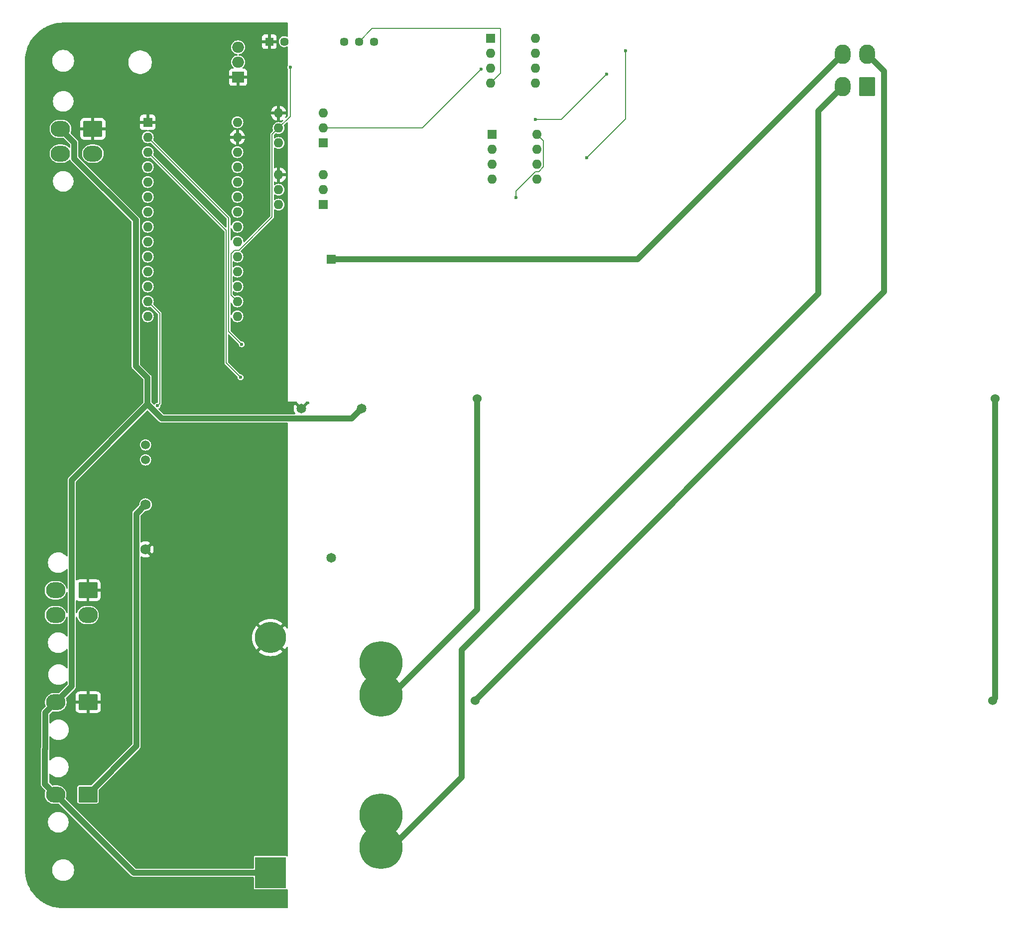
<source format=gbr>
%TF.GenerationSoftware,KiCad,Pcbnew,8.0.0*%
%TF.CreationDate,2025-02-13T19:29:31-08:00*%
%TF.ProjectId,pcc_v0.1,7063635f-7630-42e3-912e-6b696361645f,rev?*%
%TF.SameCoordinates,Original*%
%TF.FileFunction,Copper,L2,Bot*%
%TF.FilePolarity,Positive*%
%FSLAX46Y46*%
G04 Gerber Fmt 4.6, Leading zero omitted, Abs format (unit mm)*
G04 Created by KiCad (PCBNEW 8.0.0) date 2025-02-13 19:29:31*
%MOMM*%
%LPD*%
G01*
G04 APERTURE LIST*
G04 Aperture macros list*
%AMRoundRect*
0 Rectangle with rounded corners*
0 $1 Rounding radius*
0 $2 $3 $4 $5 $6 $7 $8 $9 X,Y pos of 4 corners*
0 Add a 4 corners polygon primitive as box body*
4,1,4,$2,$3,$4,$5,$6,$7,$8,$9,$2,$3,0*
0 Add four circle primitives for the rounded corners*
1,1,$1+$1,$2,$3*
1,1,$1+$1,$4,$5*
1,1,$1+$1,$6,$7*
1,1,$1+$1,$8,$9*
0 Add four rect primitives between the rounded corners*
20,1,$1+$1,$2,$3,$4,$5,0*
20,1,$1+$1,$4,$5,$6,$7,0*
20,1,$1+$1,$6,$7,$8,$9,0*
20,1,$1+$1,$8,$9,$2,$3,0*%
G04 Aperture macros list end*
%TA.AperFunction,ComponentPad*%
%ADD10C,1.524000*%
%TD*%
%TA.AperFunction,ComponentPad*%
%ADD11C,1.727200*%
%TD*%
%TA.AperFunction,ComponentPad*%
%ADD12RoundRect,0.250001X-1.399999X1.099999X-1.399999X-1.099999X1.399999X-1.099999X1.399999X1.099999X0*%
%TD*%
%TA.AperFunction,ComponentPad*%
%ADD13O,3.300000X2.700000*%
%TD*%
%TA.AperFunction,ComponentPad*%
%ADD14R,1.600000X1.600000*%
%TD*%
%TA.AperFunction,ComponentPad*%
%ADD15O,1.600000X1.600000*%
%TD*%
%TA.AperFunction,ComponentPad*%
%ADD16RoundRect,0.250001X1.099999X1.399999X-1.099999X1.399999X-1.099999X-1.399999X1.099999X-1.399999X0*%
%TD*%
%TA.AperFunction,ComponentPad*%
%ADD17O,2.700000X3.300000*%
%TD*%
%TA.AperFunction,ComponentPad*%
%ADD18R,1.450000X1.450000*%
%TD*%
%TA.AperFunction,ComponentPad*%
%ADD19C,1.450000*%
%TD*%
%TA.AperFunction,ComponentPad*%
%ADD20R,5.295000X5.295000*%
%TD*%
%TA.AperFunction,ComponentPad*%
%ADD21C,5.295000*%
%TD*%
%TA.AperFunction,ComponentPad*%
%ADD22C,7.350000*%
%TD*%
%TA.AperFunction,ComponentPad*%
%ADD23R,1.650000X1.650000*%
%TD*%
%TA.AperFunction,ComponentPad*%
%ADD24C,1.650000*%
%TD*%
%TA.AperFunction,ComponentPad*%
%ADD25R,2.000000X1.905000*%
%TD*%
%TA.AperFunction,ComponentPad*%
%ADD26O,2.000000X1.905000*%
%TD*%
%TA.AperFunction,ViaPad*%
%ADD27C,0.600000*%
%TD*%
%TA.AperFunction,Conductor*%
%ADD28C,0.200000*%
%TD*%
%TA.AperFunction,Conductor*%
%ADD29C,1.000000*%
%TD*%
G04 APERTURE END LIST*
D10*
%TO.P,K3,1,1*%
%TO.N,+12V*%
X73800253Y-93010253D03*
%TO.P,K3,2,2*%
%TO.N,Net-(U5-S)*%
X73800253Y-95550253D03*
D11*
%TO.P,K3,3,3*%
%TO.N,IR+_GND*%
X73800253Y-103170253D03*
%TO.P,K3,4,4*%
%TO.N,GLV-*%
X73800253Y-110790253D03*
%TD*%
D10*
%TO.P,R28,1*%
%TO.N,TS-*%
X129800000Y-136500000D03*
%TO.P,R28,2*%
%TO.N,Net-(R28-Pad2)*%
X217800000Y-136500000D03*
%TD*%
D12*
%TO.P,J7,1,Pin_1*%
%TO.N,GLV-*%
X64000000Y-117750000D03*
D13*
%TO.P,J7,2,Pin_2*%
%TO.N,unconnected-(J7-Pin_2-Pad2)*%
X64000000Y-121950000D03*
%TO.P,J7,3,Pin_3*%
%TO.N,CANL*%
X58500000Y-117750000D03*
%TO.P,J7,4,Pin_4*%
%TO.N,CANH*%
X58500000Y-121950000D03*
%TD*%
D14*
%TO.P,J4,1,Pin_1*%
%TO.N,GLV-*%
X74175000Y-38125000D03*
D15*
%TO.P,J4,2,Pin_2*%
%TO.N,CANRX*%
X74175000Y-40665000D03*
%TO.P,J4,3,Pin_3*%
%TO.N,CANTX*%
X74175000Y-43205000D03*
%TO.P,J4,4,Pin_4*%
%TO.N,unconnected-(J4-Pin_4-Pad4)*%
X74175000Y-45745000D03*
%TO.P,J4,5,Pin_5*%
%TO.N,unconnected-(J4-Pin_5-Pad5)*%
X74175000Y-48285000D03*
%TO.P,J4,6,Pin_6*%
%TO.N,unconnected-(J4-Pin_6-Pad6)*%
X74175000Y-50825000D03*
%TO.P,J4,7,Pin_7*%
%TO.N,unconnected-(J4-Pin_7-Pad7)*%
X74175000Y-53365000D03*
%TO.P,J4,8,Pin_8*%
%TO.N,unconnected-(J4-Pin_8-Pad8)*%
X74175000Y-55905000D03*
%TO.P,J4,9,Pin_9*%
%TO.N,unconnected-(J4-Pin_9-Pad9)*%
X74175000Y-58445000D03*
%TO.P,J4,10,Pin_10*%
%TO.N,unconnected-(J4-Pin_10-Pad10)*%
X74175000Y-60985000D03*
%TO.P,J4,11,Pin_11*%
%TO.N,unconnected-(J4-Pin_11-Pad11)*%
X74175000Y-63525000D03*
%TO.P,J4,12,Pin_12*%
%TO.N,unconnected-(J4-Pin_12-Pad12)*%
X74175000Y-66065000D03*
%TO.P,J4,13,Pin_13*%
%TO.N,IR+*%
X74175000Y-68605000D03*
%TO.P,J4,14,Pin_14*%
%TO.N,unconnected-(J4-Pin_14-Pad14)*%
X74175000Y-71145000D03*
%TO.P,J4,15,Pin_15*%
%TO.N,unconnected-(J4-Pin_15-Pad15)*%
X89415000Y-71145000D03*
%TO.P,J4,16,Pin_16*%
%TO.N,Freq_Accumulator*%
X89415000Y-68605000D03*
%TO.P,J4,17,Pin_17*%
%TO.N,Freq_TS*%
X89415000Y-66065000D03*
%TO.P,J4,18,Pin_18*%
%TO.N,unconnected-(J4-Pin_18-Pad18)*%
X89415000Y-63525000D03*
%TO.P,J4,19,Pin_19*%
%TO.N,unconnected-(J4-Pin_19-Pad19)*%
X89415000Y-60985000D03*
%TO.P,J4,20,Pin_20*%
%TO.N,unconnected-(J4-Pin_20-Pad20)*%
X89415000Y-58445000D03*
%TO.P,J4,21,Pin_21*%
%TO.N,unconnected-(J4-Pin_21-Pad21)*%
X89415000Y-55905000D03*
%TO.P,J4,22,Pin_22*%
%TO.N,unconnected-(J4-Pin_22-Pad22)*%
X89415000Y-53365000D03*
%TO.P,J4,23,Pin_23*%
%TO.N,unconnected-(J4-Pin_23-Pad23)*%
X89415000Y-50825000D03*
%TO.P,J4,24,Pin_24*%
%TO.N,unconnected-(J4-Pin_24-Pad24)*%
X89415000Y-48285000D03*
%TO.P,J4,25,Pin_25*%
%TO.N,unconnected-(J4-Pin_25-Pad25)*%
X89415000Y-45745000D03*
%TO.P,J4,26,Pin_26*%
%TO.N,+3.3V*%
X89415000Y-43205000D03*
%TO.P,J4,27,Pin_27*%
%TO.N,GLV-*%
X89415000Y-40665000D03*
%TO.P,J4,28,Pin_28*%
%TO.N,+5V*%
X89415000Y-38125000D03*
%TD*%
D12*
%TO.P,J8,1,Pin_1*%
%TO.N,GLV-*%
X64040000Y-136800000D03*
D13*
%TO.P,J8,2,Pin_2*%
%TO.N,Shutdown_in*%
X58540000Y-136800000D03*
%TD*%
D16*
%TO.P,J6,1,Pin_1*%
%TO.N,GNDS*%
X196500000Y-32050000D03*
D17*
%TO.P,J6,2,Pin_2*%
%TO.N,B+_in*%
X192300000Y-32050000D03*
%TO.P,J6,3,Pin_3*%
%TO.N,TS-*%
X196500000Y-26550000D03*
%TO.P,J6,4,Pin_4*%
%TO.N,TS+*%
X192300000Y-26550000D03*
%TD*%
D18*
%TO.P,U6,1,-Vin*%
%TO.N,GLV-*%
X94850000Y-24400000D03*
D19*
%TO.P,U6,2,+Vin*%
%TO.N,+12V*%
X97390000Y-24400000D03*
%TO.P,U6,6,+Vout*%
%TO.N,+12P*%
X107550000Y-24400000D03*
%TO.P,U6,7,-Vout*%
%TO.N,GNDS*%
X110090000Y-24400000D03*
%TO.P,U6,8,NC*%
%TO.N,unconnected-(U6-NC-Pad8)*%
X112630000Y-24400000D03*
%TD*%
D20*
%TO.P,K1,1,COIL_1*%
%TO.N,Shutdown_in*%
X95050000Y-165800000D03*
D21*
%TO.P,K1,2,COIL_2*%
%TO.N,GLV-*%
X95050000Y-125800000D03*
D22*
%TO.P,K1,A3,A3*%
%TO.N,B+_in*%
X113800000Y-161500000D03*
%TO.P,K1,A4,A4*%
%TO.N,Vin_Accu*%
X113800000Y-135600000D03*
%TO.P,K1,B3,B3*%
%TO.N,unconnected-(K1-PadB3)*%
X113800000Y-156000000D03*
%TO.P,K1,B4,B4*%
%TO.N,unconnected-(K1-PadB4)*%
X113800000Y-130100000D03*
%TD*%
D12*
%TO.P,J3,1,Pin_1*%
%TO.N,IR+_GND*%
X64000000Y-152500000D03*
D13*
%TO.P,J3,2,Pin_2*%
%TO.N,Shutdown_in*%
X58500000Y-152500000D03*
%TD*%
D23*
%TO.P,K2,1,COM*%
%TO.N,TS+*%
X105400000Y-61400000D03*
D24*
%TO.P,K2,2,NC*%
%TO.N,unconnected-(K2-NC-Pad2)*%
X105400000Y-112200000D03*
%TO.P,K2,3,COIL-*%
%TO.N,GLV-*%
X100300000Y-86800000D03*
%TO.P,K2,4,COIL+*%
%TO.N,Shutdown_in*%
X110500000Y-86800000D03*
%TD*%
D12*
%TO.P,J2,1,Pin_1*%
%TO.N,GLV-*%
X64840000Y-39250000D03*
D13*
%TO.P,J2,2,Pin_2*%
%TO.N,+12V*%
X64840000Y-43450000D03*
%TO.P,J2,3,Pin_3*%
%TO.N,Shutdown_in*%
X59340000Y-39250000D03*
%TO.P,J2,4,Pin_4*%
%TO.N,unconnected-(J2-Pin_4-Pad4)*%
X59340000Y-43450000D03*
%TD*%
D10*
%TO.P,R29,1*%
%TO.N,Net-(R28-Pad2)*%
X218200000Y-85100000D03*
%TO.P,R29,2*%
%TO.N,Vin_Accu*%
X130200000Y-85100000D03*
%TD*%
D14*
%TO.P,U2,1*%
%TO.N,Net-(R26-Pad2)*%
X104020253Y-41630253D03*
D15*
%TO.P,U2,2*%
%TO.N,Net-(U1-FOUT)*%
X104020253Y-39090253D03*
%TO.P,U2,3,NC*%
%TO.N,unconnected-(U2-NC-Pad3)*%
X104020253Y-36550253D03*
%TO.P,U2,4*%
%TO.N,GLV-*%
X96400253Y-36550253D03*
%TO.P,U2,5*%
%TO.N,Freq_Accumulator*%
X96400253Y-39090253D03*
%TO.P,U2,6*%
%TO.N,unconnected-(U2-Pad6)*%
X96400253Y-41630253D03*
%TD*%
D14*
%TO.P,U1,1,IOUT*%
%TO.N,Net-(U1-IOUT)*%
X132430000Y-23860000D03*
D15*
%TO.P,U1,2,IREF*%
%TO.N,Net-(U1-IREF)*%
X132430000Y-26400000D03*
%TO.P,U1,3,FOUT*%
%TO.N,Net-(U1-FOUT)*%
X132430000Y-28940000D03*
%TO.P,U1,4,GND*%
%TO.N,GNDS*%
X132430000Y-31480000D03*
%TO.P,U1,5,RC*%
%TO.N,Net-(U1-RC)*%
X140050000Y-31480000D03*
%TO.P,U1,6,THRESH*%
%TO.N,Net-(U1-IOUT)*%
X140050000Y-28940000D03*
%TO.P,U1,7,COMPIN*%
%TO.N,Net-(U1-COMPIN)*%
X140050000Y-26400000D03*
%TO.P,U1,8,VS*%
%TO.N,+12P*%
X140050000Y-23860000D03*
%TD*%
D14*
%TO.P,U3,1*%
%TO.N,Net-(R14-Pad2)*%
X104020253Y-52130253D03*
D15*
%TO.P,U3,2*%
%TO.N,Net-(U4-FOUT)*%
X104020253Y-49590253D03*
%TO.P,U3,3,NC*%
%TO.N,unconnected-(U3-NC-Pad3)*%
X104020253Y-47050253D03*
%TO.P,U3,4*%
%TO.N,GLV-*%
X96400253Y-47050253D03*
%TO.P,U3,5*%
%TO.N,Freq_TS*%
X96400253Y-49590253D03*
%TO.P,U3,6*%
%TO.N,unconnected-(U3-Pad6)*%
X96400253Y-52130253D03*
%TD*%
D14*
%TO.P,U4,1,IOUT*%
%TO.N,Net-(U4-IOUT)*%
X132730000Y-40160000D03*
D15*
%TO.P,U4,2,IREF*%
%TO.N,Net-(U4-IREF)*%
X132730000Y-42700000D03*
%TO.P,U4,3,FOUT*%
%TO.N,Net-(U4-FOUT)*%
X132730000Y-45240000D03*
%TO.P,U4,4,GND*%
%TO.N,GNDS*%
X132730000Y-47780000D03*
%TO.P,U4,5,RC*%
%TO.N,Net-(U4-RC)*%
X140350000Y-47780000D03*
%TO.P,U4,6,THRESH*%
%TO.N,Net-(U4-IOUT)*%
X140350000Y-45240000D03*
%TO.P,U4,7,COMPIN*%
%TO.N,Net-(U4-COMPIN)*%
X140350000Y-42700000D03*
%TO.P,U4,8,VS*%
%TO.N,+12P*%
X140350000Y-40160000D03*
%TD*%
D25*
%TO.P,U9,1,GND*%
%TO.N,GLV-*%
X89530000Y-30440000D03*
D26*
%TO.P,U9,2,VO*%
%TO.N,+5V*%
X89530000Y-27900000D03*
%TO.P,U9,3,VI*%
%TO.N,+12V*%
X89530000Y-25360000D03*
%TD*%
D27*
%TO.N,+12P*%
X136750253Y-50900253D03*
%TO.N,GLV-*%
X72750253Y-85100253D03*
X86150253Y-79700253D03*
X79550253Y-85400253D03*
X71150253Y-79200253D03*
%TO.N,Net-(R19-Pad2)*%
X155400253Y-25950253D03*
X148800253Y-44150253D03*
%TO.N,Freq_Accumulator*%
X98400253Y-28750253D03*
%TO.N,Net-(U1-FOUT)*%
X130874265Y-29075735D03*
%TO.N,CANRX*%
X90150253Y-75900253D03*
%TO.N,CANTX*%
X89950253Y-81500253D03*
%TO.N,IR+*%
X75800253Y-86350253D03*
%TO.N,GNDS*%
X140050000Y-37650000D03*
X152200253Y-29950253D03*
%TD*%
D28*
%TO.N,+12P*%
X136750253Y-49824112D02*
X140074112Y-46500253D01*
X141450000Y-45695635D02*
X141450000Y-41260000D01*
X140074112Y-46500253D02*
X140645382Y-46500253D01*
X140645382Y-46500253D02*
X141450000Y-45695635D01*
X141450000Y-41260000D02*
X140350000Y-40160000D01*
X136750253Y-50900253D02*
X136750253Y-49824112D01*
%TO.N,Net-(R19-Pad2)*%
X155400253Y-37550253D02*
X148800253Y-44150253D01*
X155400253Y-25950253D02*
X155400253Y-37550253D01*
%TO.N,Freq_Accumulator*%
X88959365Y-59885000D02*
X89665506Y-59885000D01*
X89665506Y-59885000D02*
X95300253Y-54250253D01*
X95300253Y-54250253D02*
X95300253Y-40190253D01*
X98400253Y-37090253D02*
X96400253Y-39090253D01*
X88315000Y-60529365D02*
X88959365Y-59885000D01*
X98400253Y-28750253D02*
X98400253Y-37090253D01*
X88315000Y-67505000D02*
X88315000Y-60529365D01*
X89415000Y-68605000D02*
X88315000Y-67505000D01*
X95300253Y-40190253D02*
X96400253Y-39090253D01*
%TO.N,Net-(U1-FOUT)*%
X130874265Y-29075735D02*
X120859747Y-39090253D01*
X120859747Y-39090253D02*
X104020253Y-39090253D01*
%TO.N,CANRX*%
X90150253Y-75900253D02*
X87915000Y-73665000D01*
X87915000Y-73665000D02*
X87915000Y-54405000D01*
X87915000Y-54405000D02*
X74175000Y-40665000D01*
%TO.N,CANTX*%
X87515000Y-56545000D02*
X74175000Y-43205000D01*
X89950253Y-81500253D02*
X87515000Y-79065000D01*
X87515000Y-79065000D02*
X87515000Y-56545000D01*
D29*
%TO.N,B+_in*%
X113800000Y-161500000D02*
X115618556Y-161500000D01*
X127538000Y-127928485D02*
X188200000Y-67266485D01*
X188200000Y-67266485D02*
X188200000Y-36150000D01*
X127538000Y-149580556D02*
X127538000Y-127928485D01*
X115618556Y-161500000D02*
X127538000Y-149580556D01*
X188200000Y-36150000D02*
X192300000Y-32050000D01*
D28*
%TO.N,IR+*%
X76200253Y-70630253D02*
X74175000Y-68605000D01*
X75800253Y-86350253D02*
X76200253Y-85950253D01*
X76200253Y-85950253D02*
X76200253Y-70630253D01*
D29*
%TO.N,IR+_GND*%
X72236653Y-144263347D02*
X72236653Y-104733853D01*
X72236653Y-104733853D02*
X73800253Y-103170253D01*
X64000000Y-152500000D02*
X72236653Y-144263347D01*
%TO.N,Vin_Accu*%
X113800000Y-135600000D02*
X115618556Y-135600000D01*
X115618556Y-135600000D02*
X130200000Y-121018556D01*
X130200000Y-121018556D02*
X130200000Y-85100000D01*
%TO.N,Shutdown_in*%
X61690000Y-44299138D02*
X72150253Y-54759391D01*
X56750000Y-144750001D02*
X56710000Y-144790001D01*
X59340000Y-39250000D02*
X61690000Y-41600000D01*
X58540000Y-136800000D02*
X56750000Y-138590000D01*
X74136039Y-81600253D02*
X74136039Y-86100253D01*
X76535786Y-88500000D02*
X108800000Y-88500000D01*
X61250000Y-98986292D02*
X74136039Y-86100253D01*
X56710000Y-144790001D02*
X56710000Y-150710000D01*
X108800000Y-88500000D02*
X110500000Y-86800000D01*
X56710000Y-150710000D02*
X58500000Y-152500000D01*
X61690000Y-41600000D02*
X61690000Y-44299138D01*
X58500000Y-152500000D02*
X71800000Y-165800000D01*
X74136039Y-86100253D02*
X76535786Y-88500000D01*
X58540000Y-136800000D02*
X61250000Y-134090000D01*
X56750000Y-138590000D02*
X56750000Y-144750001D01*
X72150253Y-79614467D02*
X74136039Y-81600253D01*
X72150253Y-54759391D02*
X72150253Y-79614467D01*
X61250000Y-134090000D02*
X61250000Y-98986292D01*
X71800000Y-165800000D02*
X95050000Y-165800000D01*
%TO.N,TS-*%
X199350000Y-29400000D02*
X196500000Y-26550000D01*
X129800000Y-136500000D02*
X199350000Y-66950000D01*
X199350000Y-66950000D02*
X199350000Y-29400000D01*
%TO.N,TS+*%
X157450000Y-61400000D02*
X192300000Y-26550000D01*
X105400000Y-61400000D02*
X157450000Y-61400000D01*
%TO.N,Net-(R28-Pad2)*%
X218200000Y-136100000D02*
X217800000Y-136500000D01*
X218200000Y-85100000D02*
X218200000Y-136100000D01*
D28*
%TO.N,GNDS*%
X134130000Y-29780000D02*
X132430000Y-31480000D01*
X112330000Y-22160000D02*
X134130000Y-22160000D01*
X152200253Y-29950253D02*
X144500506Y-37650000D01*
X110090000Y-24400000D02*
X112330000Y-22160000D01*
X134130000Y-22160000D02*
X134130000Y-29780000D01*
X144500506Y-37650000D02*
X140050000Y-37650000D01*
%TD*%
%TA.AperFunction,Conductor*%
%TO.N,GLV-*%
G36*
X97943039Y-21170185D02*
G01*
X97988794Y-21222989D01*
X98000000Y-21274500D01*
X98000000Y-23467559D01*
X97980315Y-23534598D01*
X97927511Y-23580353D01*
X97858353Y-23590297D01*
X97825566Y-23580839D01*
X97677572Y-23514949D01*
X97677569Y-23514948D01*
X97487274Y-23474500D01*
X97292726Y-23474500D01*
X97102431Y-23514948D01*
X96924702Y-23594076D01*
X96767305Y-23708433D01*
X96767302Y-23708435D01*
X96637129Y-23853009D01*
X96539857Y-24021488D01*
X96539856Y-24021489D01*
X96479738Y-24206516D01*
X96459402Y-24400000D01*
X96479738Y-24593483D01*
X96539856Y-24778510D01*
X96539857Y-24778511D01*
X96620046Y-24917402D01*
X96637130Y-24946992D01*
X96682476Y-24997354D01*
X96767302Y-25091564D01*
X96767305Y-25091566D01*
X96767308Y-25091569D01*
X96879150Y-25172827D01*
X96924702Y-25205923D01*
X96954434Y-25219160D01*
X97102429Y-25285051D01*
X97292726Y-25325500D01*
X97487274Y-25325500D01*
X97677571Y-25285051D01*
X97825566Y-25219159D01*
X97894815Y-25209876D01*
X97958091Y-25239505D01*
X97995304Y-25298640D01*
X98000000Y-25332440D01*
X98000000Y-28401635D01*
X97980315Y-28468674D01*
X97979144Y-28470238D01*
X97974875Y-28476881D01*
X97915087Y-28607796D01*
X97894606Y-28750253D01*
X97915087Y-28892709D01*
X97947082Y-28962767D01*
X97974876Y-29023626D01*
X97974880Y-29023631D01*
X97979671Y-29031086D01*
X97976707Y-29032990D01*
X97998735Y-29081205D01*
X98000000Y-29098870D01*
X98000000Y-37014172D01*
X97980315Y-37081211D01*
X97963681Y-37101853D01*
X97737210Y-37328323D01*
X97675887Y-37361808D01*
X97606195Y-37356824D01*
X97550262Y-37314952D01*
X97525845Y-37249488D01*
X97537147Y-37188237D01*
X97626519Y-36996579D01*
X97626522Y-36996570D01*
X97679125Y-36800253D01*
X96715939Y-36800253D01*
X96720333Y-36795859D01*
X96772994Y-36704647D01*
X96800253Y-36602914D01*
X96800253Y-36497592D01*
X96772994Y-36395859D01*
X96720333Y-36304647D01*
X96715939Y-36300253D01*
X97679125Y-36300253D01*
X97679125Y-36300252D01*
X97626522Y-36103935D01*
X97626518Y-36103926D01*
X97530387Y-35897770D01*
X97399910Y-35711432D01*
X97239073Y-35550595D01*
X97052735Y-35420118D01*
X96846581Y-35323987D01*
X96650253Y-35271380D01*
X96650253Y-36234567D01*
X96645859Y-36230173D01*
X96554647Y-36177512D01*
X96452914Y-36150253D01*
X96347592Y-36150253D01*
X96245859Y-36177512D01*
X96154647Y-36230173D01*
X96150253Y-36234567D01*
X96150253Y-35271380D01*
X95953924Y-35323987D01*
X95747770Y-35420118D01*
X95561432Y-35550595D01*
X95400595Y-35711432D01*
X95270118Y-35897770D01*
X95173987Y-36103926D01*
X95173983Y-36103935D01*
X95121380Y-36300252D01*
X95121381Y-36300253D01*
X96084567Y-36300253D01*
X96080173Y-36304647D01*
X96027512Y-36395859D01*
X96000253Y-36497592D01*
X96000253Y-36602914D01*
X96027512Y-36704647D01*
X96080173Y-36795859D01*
X96084567Y-36800253D01*
X95121381Y-36800253D01*
X95173983Y-36996570D01*
X95173987Y-36996579D01*
X95270118Y-37202735D01*
X95400595Y-37389073D01*
X95561432Y-37549910D01*
X95747770Y-37680387D01*
X95953926Y-37776518D01*
X95953935Y-37776522D01*
X96150252Y-37829125D01*
X96150253Y-37829124D01*
X96150253Y-36865939D01*
X96154647Y-36870333D01*
X96245859Y-36922994D01*
X96347592Y-36950253D01*
X96452914Y-36950253D01*
X96554647Y-36922994D01*
X96645859Y-36870333D01*
X96650253Y-36865939D01*
X96650253Y-37829125D01*
X96846570Y-37776522D01*
X96846579Y-37776519D01*
X97038237Y-37687147D01*
X97107314Y-37676655D01*
X97171098Y-37705175D01*
X97209338Y-37763651D01*
X97209893Y-37833518D01*
X97178323Y-37887210D01*
X96927633Y-38137900D01*
X96866310Y-38171385D01*
X96796618Y-38166401D01*
X96790639Y-38163704D01*
X96790612Y-38163771D01*
X96784992Y-38161443D01*
X96784981Y-38161439D01*
X96784980Y-38161439D01*
X96596385Y-38104229D01*
X96596382Y-38104228D01*
X96400253Y-38084912D01*
X96204123Y-38104228D01*
X96015519Y-38161441D01*
X95841720Y-38254339D01*
X95841713Y-38254343D01*
X95689369Y-38379369D01*
X95564343Y-38531713D01*
X95564339Y-38531720D01*
X95471441Y-38705519D01*
X95414228Y-38894123D01*
X95394912Y-39090253D01*
X95414228Y-39286382D01*
X95414229Y-39286385D01*
X95466592Y-39459003D01*
X95471443Y-39474992D01*
X95473771Y-39480612D01*
X95471664Y-39481484D01*
X95483816Y-39539940D01*
X95458795Y-39605176D01*
X95447901Y-39617633D01*
X95115742Y-39949793D01*
X95059794Y-40005740D01*
X95059788Y-40005748D01*
X95020235Y-40074257D01*
X95020232Y-40074262D01*
X94999753Y-40150692D01*
X94999753Y-54074419D01*
X94980068Y-54141458D01*
X94963434Y-54162100D01*
X90629056Y-58496477D01*
X90567733Y-58529962D01*
X90498041Y-58524978D01*
X90442108Y-58483106D01*
X90417972Y-58420950D01*
X90401024Y-58248870D01*
X90401024Y-58248868D01*
X90343814Y-58060273D01*
X90343811Y-58060269D01*
X90343811Y-58060266D01*
X90250913Y-57886467D01*
X90250909Y-57886460D01*
X90125883Y-57734116D01*
X89973539Y-57609090D01*
X89973532Y-57609086D01*
X89799733Y-57516188D01*
X89799727Y-57516186D01*
X89611132Y-57458976D01*
X89611129Y-57458975D01*
X89415000Y-57439659D01*
X89218870Y-57458975D01*
X89030266Y-57516188D01*
X88856467Y-57609086D01*
X88856460Y-57609090D01*
X88704116Y-57734116D01*
X88579090Y-57886460D01*
X88579086Y-57886467D01*
X88486186Y-58060271D01*
X88458160Y-58152660D01*
X88419863Y-58211098D01*
X88356050Y-58239555D01*
X88286983Y-58228994D01*
X88234590Y-58182769D01*
X88215500Y-58116664D01*
X88215500Y-56233335D01*
X88235185Y-56166296D01*
X88287989Y-56120541D01*
X88357147Y-56110597D01*
X88420703Y-56139622D01*
X88458159Y-56197336D01*
X88464892Y-56219529D01*
X88486188Y-56289733D01*
X88579086Y-56463532D01*
X88579090Y-56463539D01*
X88704116Y-56615883D01*
X88856460Y-56740909D01*
X88856467Y-56740913D01*
X89030266Y-56833811D01*
X89030269Y-56833811D01*
X89030273Y-56833814D01*
X89218868Y-56891024D01*
X89415000Y-56910341D01*
X89611132Y-56891024D01*
X89799727Y-56833814D01*
X89973538Y-56740910D01*
X90125883Y-56615883D01*
X90250910Y-56463538D01*
X90343814Y-56289727D01*
X90401024Y-56101132D01*
X90420341Y-55905000D01*
X90401024Y-55708868D01*
X90343814Y-55520273D01*
X90343811Y-55520269D01*
X90343811Y-55520266D01*
X90250913Y-55346467D01*
X90250909Y-55346460D01*
X90125883Y-55194116D01*
X89973539Y-55069090D01*
X89973532Y-55069086D01*
X89799733Y-54976188D01*
X89799727Y-54976186D01*
X89611132Y-54918976D01*
X89611129Y-54918975D01*
X89415000Y-54899659D01*
X89218870Y-54918975D01*
X89030266Y-54976188D01*
X88856467Y-55069086D01*
X88856460Y-55069090D01*
X88704116Y-55194116D01*
X88579090Y-55346460D01*
X88579086Y-55346467D01*
X88486186Y-55520271D01*
X88458160Y-55612660D01*
X88419863Y-55671098D01*
X88356050Y-55699555D01*
X88286983Y-55688994D01*
X88234590Y-55642769D01*
X88215500Y-55576664D01*
X88215500Y-54365439D01*
X88215500Y-54365438D01*
X88195021Y-54289011D01*
X88195017Y-54289004D01*
X88155464Y-54220495D01*
X88155458Y-54220487D01*
X87299971Y-53365000D01*
X88409659Y-53365000D01*
X88428975Y-53561129D01*
X88486188Y-53749733D01*
X88579086Y-53923532D01*
X88579090Y-53923539D01*
X88704116Y-54075883D01*
X88856460Y-54200909D01*
X88856467Y-54200913D01*
X89030266Y-54293811D01*
X89030269Y-54293811D01*
X89030273Y-54293814D01*
X89218868Y-54351024D01*
X89415000Y-54370341D01*
X89611132Y-54351024D01*
X89799727Y-54293814D01*
X89807211Y-54289814D01*
X89973532Y-54200913D01*
X89973538Y-54200910D01*
X90125883Y-54075883D01*
X90250910Y-53923538D01*
X90343814Y-53749727D01*
X90401024Y-53561132D01*
X90420341Y-53365000D01*
X90401024Y-53168868D01*
X90343814Y-52980273D01*
X90343811Y-52980269D01*
X90343811Y-52980266D01*
X90250913Y-52806467D01*
X90250909Y-52806460D01*
X90125883Y-52654116D01*
X89973539Y-52529090D01*
X89973532Y-52529086D01*
X89799733Y-52436188D01*
X89799727Y-52436186D01*
X89611132Y-52378976D01*
X89611129Y-52378975D01*
X89415000Y-52359659D01*
X89218870Y-52378975D01*
X89030266Y-52436188D01*
X88856467Y-52529086D01*
X88856460Y-52529090D01*
X88704116Y-52654116D01*
X88579090Y-52806460D01*
X88579086Y-52806467D01*
X88486188Y-52980266D01*
X88428975Y-53168870D01*
X88409659Y-53365000D01*
X87299971Y-53365000D01*
X84759971Y-50825000D01*
X88409659Y-50825000D01*
X88428975Y-51021129D01*
X88428976Y-51021132D01*
X88483672Y-51201441D01*
X88486188Y-51209733D01*
X88579086Y-51383532D01*
X88579090Y-51383539D01*
X88704116Y-51535883D01*
X88856460Y-51660909D01*
X88856467Y-51660913D01*
X89030266Y-51753811D01*
X89030269Y-51753811D01*
X89030273Y-51753814D01*
X89218868Y-51811024D01*
X89415000Y-51830341D01*
X89611132Y-51811024D01*
X89799727Y-51753814D01*
X89973538Y-51660910D01*
X90125883Y-51535883D01*
X90250910Y-51383538D01*
X90343814Y-51209727D01*
X90401024Y-51021132D01*
X90420341Y-50825000D01*
X90401024Y-50628868D01*
X90343814Y-50440273D01*
X90343811Y-50440269D01*
X90343811Y-50440266D01*
X90250913Y-50266467D01*
X90250909Y-50266460D01*
X90125883Y-50114116D01*
X89973539Y-49989090D01*
X89973532Y-49989086D01*
X89799733Y-49896188D01*
X89799727Y-49896186D01*
X89611132Y-49838976D01*
X89611129Y-49838975D01*
X89415000Y-49819659D01*
X89218870Y-49838975D01*
X89030266Y-49896188D01*
X88856467Y-49989086D01*
X88856460Y-49989090D01*
X88704116Y-50114116D01*
X88579090Y-50266460D01*
X88579086Y-50266467D01*
X88486188Y-50440266D01*
X88428975Y-50628870D01*
X88409659Y-50825000D01*
X84759971Y-50825000D01*
X82219971Y-48285000D01*
X88409659Y-48285000D01*
X88428975Y-48481129D01*
X88428976Y-48481132D01*
X88483672Y-48661441D01*
X88486188Y-48669733D01*
X88579086Y-48843532D01*
X88579090Y-48843539D01*
X88704116Y-48995883D01*
X88856460Y-49120909D01*
X88856467Y-49120913D01*
X89030266Y-49213811D01*
X89030269Y-49213811D01*
X89030273Y-49213814D01*
X89218868Y-49271024D01*
X89415000Y-49290341D01*
X89611132Y-49271024D01*
X89799727Y-49213814D01*
X89973538Y-49120910D01*
X90125883Y-48995883D01*
X90250910Y-48843538D01*
X90343814Y-48669727D01*
X90401024Y-48481132D01*
X90420341Y-48285000D01*
X90401024Y-48088868D01*
X90343814Y-47900273D01*
X90343811Y-47900269D01*
X90343811Y-47900266D01*
X90250913Y-47726467D01*
X90250909Y-47726460D01*
X90125883Y-47574116D01*
X89973539Y-47449090D01*
X89973532Y-47449086D01*
X89799733Y-47356188D01*
X89799727Y-47356186D01*
X89611132Y-47298976D01*
X89611129Y-47298975D01*
X89415000Y-47279659D01*
X89218870Y-47298975D01*
X89030266Y-47356188D01*
X88856467Y-47449086D01*
X88856460Y-47449090D01*
X88704116Y-47574116D01*
X88579090Y-47726460D01*
X88579086Y-47726467D01*
X88486188Y-47900266D01*
X88428975Y-48088870D01*
X88409659Y-48285000D01*
X82219971Y-48285000D01*
X79679971Y-45745000D01*
X88409659Y-45745000D01*
X88428975Y-45941129D01*
X88486188Y-46129733D01*
X88579086Y-46303532D01*
X88579090Y-46303539D01*
X88704116Y-46455883D01*
X88856460Y-46580909D01*
X88856467Y-46580913D01*
X89030266Y-46673811D01*
X89030269Y-46673811D01*
X89030273Y-46673814D01*
X89218868Y-46731024D01*
X89415000Y-46750341D01*
X89611132Y-46731024D01*
X89799727Y-46673814D01*
X89843807Y-46650253D01*
X89973532Y-46580913D01*
X89973538Y-46580910D01*
X90125883Y-46455883D01*
X90250910Y-46303538D01*
X90343814Y-46129727D01*
X90401024Y-45941132D01*
X90420341Y-45745000D01*
X90401024Y-45548868D01*
X90343814Y-45360273D01*
X90343811Y-45360269D01*
X90343811Y-45360266D01*
X90250913Y-45186467D01*
X90250909Y-45186460D01*
X90125883Y-45034116D01*
X89973539Y-44909090D01*
X89973532Y-44909086D01*
X89799733Y-44816188D01*
X89799727Y-44816186D01*
X89611132Y-44758976D01*
X89611129Y-44758975D01*
X89415000Y-44739659D01*
X89218870Y-44758975D01*
X89030266Y-44816188D01*
X88856467Y-44909086D01*
X88856460Y-44909090D01*
X88704116Y-45034116D01*
X88579090Y-45186460D01*
X88579086Y-45186467D01*
X88486188Y-45360266D01*
X88428975Y-45548870D01*
X88409659Y-45745000D01*
X79679971Y-45745000D01*
X77139971Y-43205000D01*
X88409659Y-43205000D01*
X88428975Y-43401129D01*
X88428976Y-43401132D01*
X88480816Y-43572026D01*
X88486188Y-43589733D01*
X88579086Y-43763532D01*
X88579090Y-43763539D01*
X88704116Y-43915883D01*
X88856460Y-44040909D01*
X88856467Y-44040913D01*
X89030266Y-44133811D01*
X89030269Y-44133811D01*
X89030273Y-44133814D01*
X89218868Y-44191024D01*
X89415000Y-44210341D01*
X89611132Y-44191024D01*
X89799727Y-44133814D01*
X89799735Y-44133810D01*
X89886632Y-44087362D01*
X89973538Y-44040910D01*
X90125883Y-43915883D01*
X90250910Y-43763538D01*
X90302323Y-43667351D01*
X90343811Y-43589733D01*
X90343811Y-43589732D01*
X90343814Y-43589727D01*
X90401024Y-43401132D01*
X90420341Y-43205000D01*
X90401024Y-43008868D01*
X90343814Y-42820273D01*
X90343811Y-42820269D01*
X90343811Y-42820266D01*
X90250913Y-42646467D01*
X90250909Y-42646460D01*
X90125883Y-42494116D01*
X89973539Y-42369090D01*
X89973532Y-42369086D01*
X89799733Y-42276188D01*
X89799727Y-42276186D01*
X89611132Y-42218976D01*
X89611129Y-42218975D01*
X89415000Y-42199659D01*
X89218870Y-42218975D01*
X89030266Y-42276188D01*
X88856467Y-42369086D01*
X88856460Y-42369090D01*
X88704116Y-42494116D01*
X88579090Y-42646460D01*
X88579086Y-42646467D01*
X88486188Y-42820266D01*
X88428975Y-43008870D01*
X88409659Y-43205000D01*
X77139971Y-43205000D01*
X75127351Y-41192380D01*
X75093866Y-41131057D01*
X75098850Y-41061365D01*
X75101550Y-41055383D01*
X75101483Y-41055355D01*
X75103810Y-41049736D01*
X75103811Y-41049732D01*
X75103814Y-41049727D01*
X75161024Y-40861132D01*
X75180341Y-40665000D01*
X75161024Y-40468868D01*
X75144683Y-40414999D01*
X88136127Y-40414999D01*
X88136128Y-40415000D01*
X89099314Y-40415000D01*
X89094920Y-40419394D01*
X89042259Y-40510606D01*
X89015000Y-40612339D01*
X89015000Y-40717661D01*
X89042259Y-40819394D01*
X89094920Y-40910606D01*
X89099314Y-40915000D01*
X88136128Y-40915000D01*
X88188730Y-41111317D01*
X88188734Y-41111326D01*
X88284865Y-41317482D01*
X88415342Y-41503820D01*
X88576179Y-41664657D01*
X88762517Y-41795134D01*
X88968673Y-41891265D01*
X88968682Y-41891269D01*
X89164999Y-41943872D01*
X89165000Y-41943871D01*
X89165000Y-40980686D01*
X89169394Y-40985080D01*
X89260606Y-41037741D01*
X89362339Y-41065000D01*
X89467661Y-41065000D01*
X89569394Y-41037741D01*
X89660606Y-40985080D01*
X89665000Y-40980686D01*
X89665000Y-41943872D01*
X89861317Y-41891269D01*
X89861326Y-41891265D01*
X90067482Y-41795134D01*
X90253820Y-41664657D01*
X90414657Y-41503820D01*
X90545134Y-41317482D01*
X90641265Y-41111326D01*
X90641269Y-41111317D01*
X90693872Y-40915000D01*
X89730686Y-40915000D01*
X89735080Y-40910606D01*
X89787741Y-40819394D01*
X89815000Y-40717661D01*
X89815000Y-40612339D01*
X89787741Y-40510606D01*
X89735080Y-40419394D01*
X89730686Y-40415000D01*
X90693872Y-40415000D01*
X90693872Y-40414999D01*
X90641269Y-40218682D01*
X90641265Y-40218673D01*
X90545134Y-40012517D01*
X90414657Y-39826179D01*
X90253820Y-39665342D01*
X90067482Y-39534865D01*
X89861328Y-39438734D01*
X89665000Y-39386127D01*
X89665000Y-40349314D01*
X89660606Y-40344920D01*
X89569394Y-40292259D01*
X89467661Y-40265000D01*
X89362339Y-40265000D01*
X89260606Y-40292259D01*
X89169394Y-40344920D01*
X89165000Y-40349314D01*
X89165000Y-39386127D01*
X88968671Y-39438734D01*
X88762517Y-39534865D01*
X88576179Y-39665342D01*
X88415342Y-39826179D01*
X88284865Y-40012517D01*
X88188734Y-40218673D01*
X88188730Y-40218682D01*
X88136127Y-40414999D01*
X75144683Y-40414999D01*
X75103814Y-40280273D01*
X75103811Y-40280269D01*
X75103811Y-40280266D01*
X75010913Y-40106467D01*
X75010909Y-40106460D01*
X74885883Y-39954116D01*
X74733539Y-39829090D01*
X74733532Y-39829086D01*
X74559733Y-39736188D01*
X74559727Y-39736186D01*
X74371132Y-39678976D01*
X74371129Y-39678975D01*
X74304394Y-39672403D01*
X74239607Y-39646242D01*
X74199248Y-39589208D01*
X74196131Y-39519408D01*
X74231245Y-39459003D01*
X74293443Y-39427172D01*
X74316548Y-39425000D01*
X75022828Y-39425000D01*
X75022844Y-39424999D01*
X75082372Y-39418598D01*
X75082379Y-39418596D01*
X75217086Y-39368354D01*
X75217093Y-39368350D01*
X75332187Y-39282190D01*
X75332190Y-39282187D01*
X75418350Y-39167093D01*
X75418354Y-39167086D01*
X75468596Y-39032379D01*
X75468598Y-39032372D01*
X75474999Y-38972844D01*
X75475000Y-38972827D01*
X75475000Y-38375000D01*
X74490686Y-38375000D01*
X74495080Y-38370606D01*
X74547741Y-38279394D01*
X74575000Y-38177661D01*
X74575000Y-38125000D01*
X88409659Y-38125000D01*
X88428975Y-38321129D01*
X88428976Y-38321132D01*
X88466575Y-38445080D01*
X88486188Y-38509733D01*
X88579086Y-38683532D01*
X88579090Y-38683539D01*
X88704116Y-38835883D01*
X88856460Y-38960909D01*
X88856467Y-38960913D01*
X89030266Y-39053811D01*
X89030269Y-39053811D01*
X89030273Y-39053814D01*
X89218868Y-39111024D01*
X89415000Y-39130341D01*
X89611132Y-39111024D01*
X89799727Y-39053814D01*
X89814687Y-39045818D01*
X89973532Y-38960913D01*
X89973538Y-38960910D01*
X90125883Y-38835883D01*
X90250910Y-38683538D01*
X90322288Y-38550000D01*
X90343811Y-38509733D01*
X90343811Y-38509732D01*
X90343814Y-38509727D01*
X90401024Y-38321132D01*
X90420341Y-38125000D01*
X90401024Y-37928868D01*
X90343814Y-37740273D01*
X90343811Y-37740269D01*
X90343811Y-37740266D01*
X90250913Y-37566467D01*
X90250909Y-37566460D01*
X90125883Y-37414116D01*
X89973539Y-37289090D01*
X89973532Y-37289086D01*
X89799733Y-37196188D01*
X89799727Y-37196186D01*
X89611132Y-37138976D01*
X89611129Y-37138975D01*
X89415000Y-37119659D01*
X89218870Y-37138975D01*
X89030266Y-37196188D01*
X88856467Y-37289086D01*
X88856460Y-37289090D01*
X88704116Y-37414116D01*
X88579090Y-37566460D01*
X88579086Y-37566467D01*
X88486188Y-37740266D01*
X88428975Y-37928870D01*
X88409659Y-38125000D01*
X74575000Y-38125000D01*
X74575000Y-38072339D01*
X74547741Y-37970606D01*
X74495080Y-37879394D01*
X74490686Y-37875000D01*
X75475000Y-37875000D01*
X75475000Y-37277172D01*
X75474999Y-37277155D01*
X75468598Y-37217627D01*
X75468596Y-37217620D01*
X75418354Y-37082913D01*
X75418350Y-37082906D01*
X75332190Y-36967812D01*
X75332187Y-36967809D01*
X75217093Y-36881649D01*
X75217086Y-36881645D01*
X75082379Y-36831403D01*
X75082372Y-36831401D01*
X75022844Y-36825000D01*
X74425000Y-36825000D01*
X74425000Y-37809314D01*
X74420606Y-37804920D01*
X74329394Y-37752259D01*
X74227661Y-37725000D01*
X74122339Y-37725000D01*
X74020606Y-37752259D01*
X73929394Y-37804920D01*
X73925000Y-37809314D01*
X73925000Y-36825000D01*
X73327155Y-36825000D01*
X73267627Y-36831401D01*
X73267620Y-36831403D01*
X73132913Y-36881645D01*
X73132906Y-36881649D01*
X73017812Y-36967809D01*
X73017809Y-36967812D01*
X72931649Y-37082906D01*
X72931645Y-37082913D01*
X72881403Y-37217620D01*
X72881401Y-37217627D01*
X72875000Y-37277155D01*
X72875000Y-37875000D01*
X73859314Y-37875000D01*
X73854920Y-37879394D01*
X73802259Y-37970606D01*
X73775000Y-38072339D01*
X73775000Y-38177661D01*
X73802259Y-38279394D01*
X73854920Y-38370606D01*
X73859314Y-38375000D01*
X72875000Y-38375000D01*
X72875000Y-38972844D01*
X72881401Y-39032372D01*
X72881403Y-39032379D01*
X72931645Y-39167086D01*
X72931649Y-39167093D01*
X73017809Y-39282187D01*
X73017812Y-39282190D01*
X73132906Y-39368350D01*
X73132913Y-39368354D01*
X73267620Y-39418596D01*
X73267627Y-39418598D01*
X73327155Y-39424999D01*
X73327172Y-39425000D01*
X74033452Y-39425000D01*
X74100491Y-39444685D01*
X74146246Y-39497489D01*
X74156190Y-39566647D01*
X74127165Y-39630203D01*
X74068387Y-39667977D01*
X74045606Y-39672403D01*
X73978870Y-39678975D01*
X73790266Y-39736188D01*
X73616467Y-39829086D01*
X73616460Y-39829090D01*
X73464116Y-39954116D01*
X73339090Y-40106460D01*
X73339086Y-40106467D01*
X73246188Y-40280266D01*
X73188975Y-40468870D01*
X73169659Y-40665000D01*
X73188975Y-40861129D01*
X73188976Y-40861132D01*
X73226575Y-40985080D01*
X73246188Y-41049733D01*
X73339086Y-41223532D01*
X73339090Y-41223539D01*
X73464116Y-41375883D01*
X73616460Y-41500909D01*
X73616467Y-41500913D01*
X73790266Y-41593811D01*
X73790269Y-41593811D01*
X73790273Y-41593814D01*
X73978868Y-41651024D01*
X74175000Y-41670341D01*
X74371132Y-41651024D01*
X74559727Y-41593814D01*
X74559732Y-41593811D01*
X74559736Y-41593810D01*
X74565355Y-41591483D01*
X74566232Y-41593602D01*
X74624609Y-41581429D01*
X74689861Y-41606408D01*
X74702380Y-41617351D01*
X87578181Y-54493152D01*
X87611666Y-54554475D01*
X87614500Y-54580833D01*
X87614500Y-55920167D01*
X87594815Y-55987206D01*
X87542011Y-56032961D01*
X87472853Y-56042905D01*
X87409297Y-56013880D01*
X87402819Y-56007848D01*
X75127351Y-43732380D01*
X75093866Y-43671057D01*
X75098850Y-43601365D01*
X75101550Y-43595383D01*
X75101483Y-43595355D01*
X75103810Y-43589736D01*
X75103811Y-43589732D01*
X75103814Y-43589727D01*
X75161024Y-43401132D01*
X75180341Y-43205000D01*
X75161024Y-43008868D01*
X75103814Y-42820273D01*
X75103811Y-42820269D01*
X75103811Y-42820266D01*
X75010913Y-42646467D01*
X75010909Y-42646460D01*
X74885883Y-42494116D01*
X74733539Y-42369090D01*
X74733532Y-42369086D01*
X74559733Y-42276188D01*
X74559727Y-42276186D01*
X74371132Y-42218976D01*
X74371129Y-42218975D01*
X74175000Y-42199659D01*
X73978870Y-42218975D01*
X73790266Y-42276188D01*
X73616467Y-42369086D01*
X73616460Y-42369090D01*
X73464116Y-42494116D01*
X73339090Y-42646460D01*
X73339086Y-42646467D01*
X73246188Y-42820266D01*
X73188975Y-43008870D01*
X73169659Y-43205000D01*
X73188975Y-43401129D01*
X73188976Y-43401132D01*
X73240816Y-43572026D01*
X73246188Y-43589733D01*
X73339086Y-43763532D01*
X73339090Y-43763539D01*
X73464116Y-43915883D01*
X73616460Y-44040909D01*
X73616467Y-44040913D01*
X73790266Y-44133811D01*
X73790269Y-44133811D01*
X73790273Y-44133814D01*
X73978868Y-44191024D01*
X74175000Y-44210341D01*
X74371132Y-44191024D01*
X74559727Y-44133814D01*
X74559732Y-44133811D01*
X74559736Y-44133810D01*
X74565355Y-44131483D01*
X74566232Y-44133602D01*
X74624609Y-44121429D01*
X74689861Y-44146408D01*
X74702380Y-44157351D01*
X87178181Y-56633152D01*
X87211666Y-56694475D01*
X87214500Y-56720833D01*
X87214500Y-79104562D01*
X87228152Y-79155513D01*
X87234979Y-79180990D01*
X87234982Y-79180995D01*
X87274535Y-79249504D01*
X87274541Y-79249512D01*
X89410857Y-81385828D01*
X89444342Y-81447151D01*
X89445914Y-81491155D01*
X89444606Y-81500252D01*
X89465087Y-81642709D01*
X89524875Y-81773624D01*
X89524876Y-81773626D01*
X89619125Y-81882396D01*
X89740200Y-81960206D01*
X89740203Y-81960207D01*
X89740202Y-81960207D01*
X89878289Y-82000752D01*
X89878291Y-82000753D01*
X89878292Y-82000753D01*
X90022215Y-82000753D01*
X90022215Y-82000752D01*
X90160306Y-81960206D01*
X90281381Y-81882396D01*
X90375630Y-81773626D01*
X90435418Y-81642710D01*
X90455900Y-81500253D01*
X90435418Y-81357796D01*
X90375630Y-81226880D01*
X90281381Y-81118110D01*
X90160306Y-81040300D01*
X90160304Y-81040299D01*
X90160302Y-81040298D01*
X90160303Y-81040298D01*
X90022216Y-80999753D01*
X90022214Y-80999753D01*
X89926086Y-80999753D01*
X89859047Y-80980068D01*
X89838405Y-80963434D01*
X87851819Y-78976848D01*
X87818334Y-78915525D01*
X87815500Y-78889167D01*
X87815500Y-74289833D01*
X87835185Y-74222794D01*
X87887989Y-74177039D01*
X87957147Y-74167095D01*
X88020703Y-74196120D01*
X88027181Y-74202152D01*
X89610857Y-75785828D01*
X89644342Y-75847151D01*
X89645914Y-75891155D01*
X89644606Y-75900252D01*
X89665087Y-76042709D01*
X89724875Y-76173624D01*
X89724876Y-76173626D01*
X89819125Y-76282396D01*
X89940200Y-76360206D01*
X89940203Y-76360207D01*
X89940202Y-76360207D01*
X90078289Y-76400752D01*
X90078291Y-76400753D01*
X90078292Y-76400753D01*
X90222215Y-76400753D01*
X90222215Y-76400752D01*
X90360306Y-76360206D01*
X90481381Y-76282396D01*
X90575630Y-76173626D01*
X90635418Y-76042710D01*
X90655900Y-75900253D01*
X90635418Y-75757796D01*
X90575630Y-75626880D01*
X90481381Y-75518110D01*
X90360306Y-75440300D01*
X90360304Y-75440299D01*
X90360302Y-75440298D01*
X90360303Y-75440298D01*
X90222216Y-75399753D01*
X90222214Y-75399753D01*
X90126086Y-75399753D01*
X90059047Y-75380068D01*
X90038405Y-75363434D01*
X88251819Y-73576848D01*
X88218334Y-73515525D01*
X88215500Y-73489167D01*
X88215500Y-71473335D01*
X88235185Y-71406296D01*
X88287989Y-71360541D01*
X88357147Y-71350597D01*
X88420703Y-71379622D01*
X88458159Y-71437336D01*
X88469080Y-71473335D01*
X88486188Y-71529733D01*
X88579086Y-71703532D01*
X88579090Y-71703539D01*
X88704116Y-71855883D01*
X88856460Y-71980909D01*
X88856467Y-71980913D01*
X89030266Y-72073811D01*
X89030269Y-72073811D01*
X89030273Y-72073814D01*
X89218868Y-72131024D01*
X89415000Y-72150341D01*
X89611132Y-72131024D01*
X89799727Y-72073814D01*
X89973538Y-71980910D01*
X90125883Y-71855883D01*
X90250910Y-71703538D01*
X90343814Y-71529727D01*
X90401024Y-71341132D01*
X90420341Y-71145000D01*
X90401024Y-70948868D01*
X90343814Y-70760273D01*
X90343811Y-70760269D01*
X90343811Y-70760266D01*
X90250913Y-70586467D01*
X90250909Y-70586460D01*
X90125883Y-70434116D01*
X89973539Y-70309090D01*
X89973532Y-70309086D01*
X89799733Y-70216188D01*
X89799727Y-70216186D01*
X89611132Y-70158976D01*
X89611129Y-70158975D01*
X89415000Y-70139659D01*
X89218870Y-70158975D01*
X89030266Y-70216188D01*
X88856467Y-70309086D01*
X88856460Y-70309090D01*
X88704116Y-70434116D01*
X88579090Y-70586460D01*
X88579086Y-70586467D01*
X88486186Y-70760271D01*
X88458160Y-70852660D01*
X88419863Y-70911098D01*
X88356050Y-70939555D01*
X88286983Y-70928994D01*
X88234590Y-70882769D01*
X88215500Y-70816664D01*
X88215500Y-68933335D01*
X88235185Y-68866296D01*
X88287989Y-68820541D01*
X88357147Y-68810597D01*
X88420703Y-68839622D01*
X88458159Y-68897336D01*
X88469080Y-68933335D01*
X88486188Y-68989733D01*
X88579086Y-69163532D01*
X88579090Y-69163539D01*
X88704116Y-69315883D01*
X88856460Y-69440909D01*
X88856467Y-69440913D01*
X89030266Y-69533811D01*
X89030269Y-69533811D01*
X89030273Y-69533814D01*
X89218868Y-69591024D01*
X89415000Y-69610341D01*
X89611132Y-69591024D01*
X89799727Y-69533814D01*
X89799735Y-69533810D01*
X89973532Y-69440913D01*
X89973538Y-69440910D01*
X90125883Y-69315883D01*
X90250910Y-69163538D01*
X90302323Y-69067351D01*
X90343811Y-68989733D01*
X90343811Y-68989732D01*
X90343814Y-68989727D01*
X90401024Y-68801132D01*
X90420341Y-68605000D01*
X90401024Y-68408868D01*
X90343814Y-68220273D01*
X90343811Y-68220269D01*
X90343811Y-68220266D01*
X90250913Y-68046467D01*
X90250909Y-68046460D01*
X90125883Y-67894116D01*
X89973539Y-67769090D01*
X89973532Y-67769086D01*
X89799733Y-67676188D01*
X89799727Y-67676186D01*
X89611132Y-67618976D01*
X89611129Y-67618975D01*
X89415000Y-67599659D01*
X89218870Y-67618975D01*
X89107867Y-67652648D01*
X89030273Y-67676186D01*
X89030272Y-67676186D01*
X89030267Y-67676188D01*
X89024646Y-67678517D01*
X89023773Y-67676411D01*
X88965308Y-67688564D01*
X88900073Y-67663541D01*
X88887619Y-67652648D01*
X88651819Y-67416848D01*
X88618334Y-67355525D01*
X88615500Y-67329167D01*
X88615500Y-66965333D01*
X88635185Y-66898294D01*
X88687989Y-66852539D01*
X88757147Y-66842595D01*
X88818166Y-66869481D01*
X88856459Y-66900908D01*
X88856467Y-66900913D01*
X89030266Y-66993811D01*
X89030269Y-66993811D01*
X89030273Y-66993814D01*
X89218868Y-67051024D01*
X89415000Y-67070341D01*
X89611132Y-67051024D01*
X89799727Y-66993814D01*
X89973538Y-66900910D01*
X90125883Y-66775883D01*
X90250910Y-66623538D01*
X90343814Y-66449727D01*
X90401024Y-66261132D01*
X90420341Y-66065000D01*
X90401024Y-65868868D01*
X90343814Y-65680273D01*
X90343811Y-65680269D01*
X90343811Y-65680266D01*
X90250913Y-65506467D01*
X90250909Y-65506460D01*
X90125883Y-65354116D01*
X89973539Y-65229090D01*
X89973532Y-65229086D01*
X89799733Y-65136188D01*
X89799727Y-65136186D01*
X89611132Y-65078976D01*
X89611129Y-65078975D01*
X89415000Y-65059659D01*
X89218870Y-65078975D01*
X89030266Y-65136188D01*
X88856467Y-65229086D01*
X88856460Y-65229091D01*
X88818165Y-65260519D01*
X88753855Y-65287832D01*
X88684987Y-65276041D01*
X88633427Y-65228889D01*
X88615500Y-65164666D01*
X88615500Y-64425333D01*
X88635185Y-64358294D01*
X88687989Y-64312539D01*
X88757147Y-64302595D01*
X88818166Y-64329481D01*
X88856459Y-64360908D01*
X88856467Y-64360913D01*
X89030266Y-64453811D01*
X89030269Y-64453811D01*
X89030273Y-64453814D01*
X89218868Y-64511024D01*
X89415000Y-64530341D01*
X89611132Y-64511024D01*
X89799727Y-64453814D01*
X89973538Y-64360910D01*
X90125883Y-64235883D01*
X90250910Y-64083538D01*
X90343814Y-63909727D01*
X90401024Y-63721132D01*
X90420341Y-63525000D01*
X90401024Y-63328868D01*
X90343814Y-63140273D01*
X90343811Y-63140269D01*
X90343811Y-63140266D01*
X90250913Y-62966467D01*
X90250909Y-62966460D01*
X90125883Y-62814116D01*
X89973539Y-62689090D01*
X89973532Y-62689086D01*
X89799733Y-62596188D01*
X89799727Y-62596186D01*
X89611132Y-62538976D01*
X89611129Y-62538975D01*
X89415000Y-62519659D01*
X89218870Y-62538975D01*
X89030266Y-62596188D01*
X88856467Y-62689086D01*
X88856460Y-62689091D01*
X88818165Y-62720519D01*
X88753855Y-62747832D01*
X88684987Y-62736041D01*
X88633427Y-62688889D01*
X88615500Y-62624666D01*
X88615500Y-61885333D01*
X88635185Y-61818294D01*
X88687989Y-61772539D01*
X88757147Y-61762595D01*
X88818166Y-61789481D01*
X88856459Y-61820908D01*
X88856467Y-61820913D01*
X89030266Y-61913811D01*
X89030269Y-61913811D01*
X89030273Y-61913814D01*
X89218868Y-61971024D01*
X89415000Y-61990341D01*
X89611132Y-61971024D01*
X89799727Y-61913814D01*
X89973538Y-61820910D01*
X90125883Y-61695883D01*
X90250910Y-61543538D01*
X90343814Y-61369727D01*
X90401024Y-61181132D01*
X90420341Y-60985000D01*
X90401024Y-60788868D01*
X90343814Y-60600273D01*
X90343811Y-60600269D01*
X90343811Y-60600266D01*
X90250913Y-60426467D01*
X90250909Y-60426460D01*
X90125883Y-60274116D01*
X89998473Y-60169553D01*
X89959139Y-60111807D01*
X89957268Y-60041963D01*
X89989455Y-59986021D01*
X95540713Y-54434764D01*
X95580275Y-54366241D01*
X95600753Y-54289815D01*
X95600753Y-54210691D01*
X95600753Y-53030586D01*
X95620438Y-52963547D01*
X95673242Y-52917792D01*
X95742400Y-52907848D01*
X95803419Y-52934734D01*
X95841712Y-52966161D01*
X95841720Y-52966166D01*
X96015519Y-53059064D01*
X96015522Y-53059064D01*
X96015526Y-53059067D01*
X96204121Y-53116277D01*
X96400253Y-53135594D01*
X96596385Y-53116277D01*
X96784980Y-53059067D01*
X96958791Y-52966163D01*
X97111136Y-52841136D01*
X97236163Y-52688791D01*
X97329067Y-52514980D01*
X97386277Y-52326385D01*
X97405594Y-52130253D01*
X97386277Y-51934121D01*
X97329067Y-51745526D01*
X97329064Y-51745522D01*
X97329064Y-51745519D01*
X97236166Y-51571720D01*
X97236162Y-51571713D01*
X97111136Y-51419369D01*
X96958792Y-51294343D01*
X96958785Y-51294339D01*
X96784986Y-51201441D01*
X96784980Y-51201439D01*
X96596385Y-51144229D01*
X96596382Y-51144228D01*
X96400253Y-51124912D01*
X96204123Y-51144228D01*
X96015519Y-51201441D01*
X95841720Y-51294339D01*
X95841713Y-51294344D01*
X95803418Y-51325772D01*
X95739108Y-51353085D01*
X95670240Y-51341294D01*
X95618680Y-51294142D01*
X95600753Y-51229919D01*
X95600753Y-50490586D01*
X95620438Y-50423547D01*
X95673242Y-50377792D01*
X95742400Y-50367848D01*
X95803419Y-50394734D01*
X95841712Y-50426161D01*
X95841720Y-50426166D01*
X96015519Y-50519064D01*
X96015522Y-50519064D01*
X96015526Y-50519067D01*
X96204121Y-50576277D01*
X96400253Y-50595594D01*
X96596385Y-50576277D01*
X96784980Y-50519067D01*
X96958791Y-50426163D01*
X97111136Y-50301136D01*
X97236163Y-50148791D01*
X97329067Y-49974980D01*
X97386277Y-49786385D01*
X97405594Y-49590253D01*
X97386277Y-49394121D01*
X97329067Y-49205526D01*
X97329064Y-49205522D01*
X97329064Y-49205519D01*
X97236166Y-49031720D01*
X97236162Y-49031713D01*
X97111136Y-48879369D01*
X96958792Y-48754343D01*
X96958785Y-48754339D01*
X96784986Y-48661441D01*
X96784980Y-48661439D01*
X96596385Y-48604229D01*
X96596382Y-48604228D01*
X96400253Y-48584912D01*
X96204123Y-48604228D01*
X96015519Y-48661441D01*
X95841720Y-48754339D01*
X95841713Y-48754344D01*
X95803418Y-48785772D01*
X95739108Y-48813085D01*
X95670240Y-48801294D01*
X95618680Y-48754142D01*
X95600753Y-48689919D01*
X95600753Y-48306472D01*
X95620438Y-48239433D01*
X95673242Y-48193678D01*
X95742400Y-48183734D01*
X95777158Y-48194090D01*
X95953926Y-48276519D01*
X95953935Y-48276522D01*
X96150252Y-48329125D01*
X96150253Y-48329124D01*
X96150253Y-47365939D01*
X96154647Y-47370333D01*
X96245859Y-47422994D01*
X96347592Y-47450253D01*
X96452914Y-47450253D01*
X96554647Y-47422994D01*
X96645859Y-47370333D01*
X96650253Y-47365939D01*
X96650253Y-48329125D01*
X96846570Y-48276522D01*
X96846579Y-48276518D01*
X97052735Y-48180387D01*
X97239073Y-48049910D01*
X97399910Y-47889073D01*
X97530387Y-47702735D01*
X97626518Y-47496579D01*
X97626522Y-47496570D01*
X97679125Y-47300253D01*
X96715939Y-47300253D01*
X96720333Y-47295859D01*
X96772994Y-47204647D01*
X96800253Y-47102914D01*
X96800253Y-46997592D01*
X96772994Y-46895859D01*
X96720333Y-46804647D01*
X96715939Y-46800253D01*
X97679125Y-46800253D01*
X97679125Y-46800252D01*
X97626522Y-46603935D01*
X97626518Y-46603926D01*
X97530387Y-46397770D01*
X97399910Y-46211432D01*
X97239073Y-46050595D01*
X97052735Y-45920118D01*
X96846581Y-45823987D01*
X96650253Y-45771380D01*
X96650253Y-46734567D01*
X96645859Y-46730173D01*
X96554647Y-46677512D01*
X96452914Y-46650253D01*
X96347592Y-46650253D01*
X96245859Y-46677512D01*
X96154647Y-46730173D01*
X96150253Y-46734567D01*
X96150253Y-45771380D01*
X95953922Y-45823988D01*
X95777157Y-45906415D01*
X95708080Y-45916907D01*
X95644296Y-45888387D01*
X95606057Y-45829910D01*
X95600753Y-45794033D01*
X95600753Y-42530586D01*
X95620438Y-42463547D01*
X95673242Y-42417792D01*
X95742400Y-42407848D01*
X95803419Y-42434734D01*
X95841712Y-42466161D01*
X95841720Y-42466166D01*
X96015519Y-42559064D01*
X96015522Y-42559064D01*
X96015526Y-42559067D01*
X96204121Y-42616277D01*
X96400253Y-42635594D01*
X96596385Y-42616277D01*
X96784980Y-42559067D01*
X96958791Y-42466163D01*
X97111136Y-42341136D01*
X97236163Y-42188791D01*
X97329067Y-42014980D01*
X97386277Y-41826385D01*
X97405594Y-41630253D01*
X97386277Y-41434121D01*
X97329067Y-41245526D01*
X97329064Y-41245522D01*
X97329064Y-41245519D01*
X97236166Y-41071720D01*
X97236162Y-41071713D01*
X97111136Y-40919369D01*
X96958792Y-40794343D01*
X96958785Y-40794339D01*
X96784986Y-40701441D01*
X96784980Y-40701439D01*
X96596385Y-40644229D01*
X96596382Y-40644228D01*
X96400253Y-40624912D01*
X96204123Y-40644228D01*
X96015519Y-40701441D01*
X95841720Y-40794339D01*
X95841713Y-40794344D01*
X95803418Y-40825772D01*
X95739108Y-40853085D01*
X95670240Y-40841294D01*
X95618680Y-40794142D01*
X95600753Y-40729919D01*
X95600753Y-40366085D01*
X95620438Y-40299046D01*
X95637068Y-40278408D01*
X95872873Y-40042602D01*
X95934194Y-40009119D01*
X96003885Y-40014103D01*
X96009866Y-40016802D01*
X96009894Y-40016735D01*
X96015513Y-40019062D01*
X96015521Y-40019064D01*
X96015526Y-40019067D01*
X96204121Y-40076277D01*
X96400253Y-40095594D01*
X96596385Y-40076277D01*
X96784980Y-40019067D01*
X96784990Y-40019062D01*
X96918614Y-39947638D01*
X96958791Y-39926163D01*
X97111136Y-39801136D01*
X97236163Y-39648791D01*
X97329067Y-39474980D01*
X97386277Y-39286385D01*
X97405594Y-39090253D01*
X97386277Y-38894121D01*
X97329067Y-38705526D01*
X97329064Y-38705521D01*
X97329062Y-38705513D01*
X97326735Y-38699894D01*
X97328849Y-38699018D01*
X97316684Y-38640611D01*
X97341680Y-38575365D01*
X97352596Y-38562879D01*
X97788319Y-38127156D01*
X97849642Y-38093672D01*
X97919334Y-38098656D01*
X97975267Y-38140528D01*
X97999684Y-38205992D01*
X98000000Y-38214838D01*
X98000000Y-85600000D01*
X99430268Y-85600000D01*
X99497307Y-85619685D01*
X99543062Y-85672489D01*
X99546603Y-85693049D01*
X100129766Y-86276212D01*
X100087708Y-86287482D01*
X99962292Y-86359890D01*
X99859890Y-86462292D01*
X99787482Y-86587708D01*
X99776212Y-86629766D01*
X99203022Y-86056576D01*
X99148134Y-86134967D01*
X99050152Y-86345090D01*
X99050148Y-86345099D01*
X98990147Y-86569031D01*
X98990145Y-86569041D01*
X98969939Y-86799999D01*
X98969939Y-86800000D01*
X98990145Y-87030958D01*
X98990147Y-87030968D01*
X99050148Y-87254900D01*
X99050152Y-87254909D01*
X99148133Y-87465031D01*
X99148137Y-87465037D01*
X99245704Y-87604376D01*
X99268032Y-87670582D01*
X99251022Y-87738349D01*
X99200075Y-87786163D01*
X99144130Y-87799500D01*
X76877305Y-87799500D01*
X76810266Y-87779815D01*
X76789624Y-87763181D01*
X76013394Y-86986951D01*
X75979909Y-86925628D01*
X75984893Y-86855936D01*
X76026765Y-86800003D01*
X76034016Y-86794968D01*
X76131381Y-86732396D01*
X76225630Y-86623626D01*
X76285418Y-86492710D01*
X76305900Y-86350253D01*
X76304592Y-86341159D01*
X76314532Y-86272003D01*
X76339645Y-86235831D01*
X76440713Y-86134764D01*
X76474132Y-86076880D01*
X76480274Y-86066242D01*
X76500753Y-85989815D01*
X76500753Y-70590691D01*
X76480274Y-70514264D01*
X76480270Y-70514257D01*
X76440717Y-70445748D01*
X76440711Y-70445740D01*
X75127351Y-69132380D01*
X75093866Y-69071057D01*
X75098850Y-69001365D01*
X75101550Y-68995383D01*
X75101483Y-68995355D01*
X75103810Y-68989736D01*
X75103811Y-68989732D01*
X75103814Y-68989727D01*
X75161024Y-68801132D01*
X75180341Y-68605000D01*
X75161024Y-68408868D01*
X75103814Y-68220273D01*
X75103811Y-68220269D01*
X75103811Y-68220266D01*
X75010913Y-68046467D01*
X75010909Y-68046460D01*
X74885883Y-67894116D01*
X74733539Y-67769090D01*
X74733532Y-67769086D01*
X74559733Y-67676188D01*
X74559727Y-67676186D01*
X74371132Y-67618976D01*
X74371129Y-67618975D01*
X74175000Y-67599659D01*
X73978870Y-67618975D01*
X73790266Y-67676188D01*
X73616467Y-67769086D01*
X73616460Y-67769090D01*
X73464116Y-67894116D01*
X73339090Y-68046460D01*
X73339086Y-68046467D01*
X73246188Y-68220266D01*
X73188975Y-68408870D01*
X73169659Y-68605000D01*
X73188975Y-68801129D01*
X73246188Y-68989733D01*
X73339086Y-69163532D01*
X73339090Y-69163539D01*
X73464116Y-69315883D01*
X73616460Y-69440909D01*
X73616467Y-69440913D01*
X73790266Y-69533811D01*
X73790269Y-69533811D01*
X73790273Y-69533814D01*
X73978868Y-69591024D01*
X74175000Y-69610341D01*
X74371132Y-69591024D01*
X74559727Y-69533814D01*
X74559732Y-69533811D01*
X74559736Y-69533810D01*
X74565355Y-69531483D01*
X74566232Y-69533602D01*
X74624609Y-69521429D01*
X74689861Y-69546408D01*
X74702380Y-69557351D01*
X75863434Y-70718405D01*
X75896919Y-70779728D01*
X75899753Y-70806086D01*
X75899753Y-85725753D01*
X75880068Y-85792792D01*
X75827264Y-85838547D01*
X75775753Y-85849753D01*
X75728289Y-85849753D01*
X75590202Y-85890298D01*
X75469126Y-85968109D01*
X75374876Y-86076879D01*
X75374875Y-86076882D01*
X75363930Y-86100846D01*
X75318174Y-86153649D01*
X75251134Y-86173332D01*
X75184095Y-86153646D01*
X75163456Y-86137013D01*
X74872858Y-85846415D01*
X74839373Y-85785092D01*
X74836539Y-85758734D01*
X74836539Y-81531257D01*
X74836538Y-81531255D01*
X74809620Y-81395930D01*
X74809619Y-81395927D01*
X74809619Y-81395925D01*
X74804789Y-81384265D01*
X74776406Y-81315742D01*
X74756814Y-81268442D01*
X74756813Y-81268440D01*
X74756812Y-81268438D01*
X74680154Y-81153712D01*
X74644551Y-81118109D01*
X74582581Y-81056139D01*
X72887072Y-79360629D01*
X72853587Y-79299306D01*
X72850753Y-79272948D01*
X72850753Y-71145000D01*
X73169659Y-71145000D01*
X73188975Y-71341129D01*
X73246188Y-71529733D01*
X73339086Y-71703532D01*
X73339090Y-71703539D01*
X73464116Y-71855883D01*
X73616460Y-71980909D01*
X73616467Y-71980913D01*
X73790266Y-72073811D01*
X73790269Y-72073811D01*
X73790273Y-72073814D01*
X73978868Y-72131024D01*
X74175000Y-72150341D01*
X74371132Y-72131024D01*
X74559727Y-72073814D01*
X74733538Y-71980910D01*
X74885883Y-71855883D01*
X75010910Y-71703538D01*
X75103814Y-71529727D01*
X75161024Y-71341132D01*
X75180341Y-71145000D01*
X75161024Y-70948868D01*
X75103814Y-70760273D01*
X75103811Y-70760269D01*
X75103811Y-70760266D01*
X75010913Y-70586467D01*
X75010909Y-70586460D01*
X74885883Y-70434116D01*
X74733539Y-70309090D01*
X74733532Y-70309086D01*
X74559733Y-70216188D01*
X74559727Y-70216186D01*
X74371132Y-70158976D01*
X74371129Y-70158975D01*
X74175000Y-70139659D01*
X73978870Y-70158975D01*
X73790266Y-70216188D01*
X73616467Y-70309086D01*
X73616460Y-70309090D01*
X73464116Y-70434116D01*
X73339090Y-70586460D01*
X73339086Y-70586467D01*
X73246188Y-70760266D01*
X73188975Y-70948870D01*
X73169659Y-71145000D01*
X72850753Y-71145000D01*
X72850753Y-66065000D01*
X73169659Y-66065000D01*
X73188975Y-66261129D01*
X73246188Y-66449733D01*
X73339086Y-66623532D01*
X73339090Y-66623539D01*
X73464116Y-66775883D01*
X73616460Y-66900909D01*
X73616467Y-66900913D01*
X73790266Y-66993811D01*
X73790269Y-66993811D01*
X73790273Y-66993814D01*
X73978868Y-67051024D01*
X74175000Y-67070341D01*
X74371132Y-67051024D01*
X74559727Y-66993814D01*
X74733538Y-66900910D01*
X74885883Y-66775883D01*
X75010910Y-66623538D01*
X75103814Y-66449727D01*
X75161024Y-66261132D01*
X75180341Y-66065000D01*
X75161024Y-65868868D01*
X75103814Y-65680273D01*
X75103811Y-65680269D01*
X75103811Y-65680266D01*
X75010913Y-65506467D01*
X75010909Y-65506460D01*
X74885883Y-65354116D01*
X74733539Y-65229090D01*
X74733532Y-65229086D01*
X74559733Y-65136188D01*
X74559727Y-65136186D01*
X74371132Y-65078976D01*
X74371129Y-65078975D01*
X74175000Y-65059659D01*
X73978870Y-65078975D01*
X73790266Y-65136188D01*
X73616467Y-65229086D01*
X73616460Y-65229090D01*
X73464116Y-65354116D01*
X73339090Y-65506460D01*
X73339086Y-65506467D01*
X73246188Y-65680266D01*
X73188975Y-65868870D01*
X73169659Y-66065000D01*
X72850753Y-66065000D01*
X72850753Y-63525000D01*
X73169659Y-63525000D01*
X73188975Y-63721129D01*
X73246188Y-63909733D01*
X73339086Y-64083532D01*
X73339090Y-64083539D01*
X73464116Y-64235883D01*
X73616460Y-64360909D01*
X73616467Y-64360913D01*
X73790266Y-64453811D01*
X73790269Y-64453811D01*
X73790273Y-64453814D01*
X73978868Y-64511024D01*
X74175000Y-64530341D01*
X74371132Y-64511024D01*
X74559727Y-64453814D01*
X74733538Y-64360910D01*
X74885883Y-64235883D01*
X75010910Y-64083538D01*
X75103814Y-63909727D01*
X75161024Y-63721132D01*
X75180341Y-63525000D01*
X75161024Y-63328868D01*
X75103814Y-63140273D01*
X75103811Y-63140269D01*
X75103811Y-63140266D01*
X75010913Y-62966467D01*
X75010909Y-62966460D01*
X74885883Y-62814116D01*
X74733539Y-62689090D01*
X74733532Y-62689086D01*
X74559733Y-62596188D01*
X74559727Y-62596186D01*
X74371132Y-62538976D01*
X74371129Y-62538975D01*
X74175000Y-62519659D01*
X73978870Y-62538975D01*
X73790266Y-62596188D01*
X73616467Y-62689086D01*
X73616460Y-62689090D01*
X73464116Y-62814116D01*
X73339090Y-62966460D01*
X73339086Y-62966467D01*
X73246188Y-63140266D01*
X73188975Y-63328870D01*
X73169659Y-63525000D01*
X72850753Y-63525000D01*
X72850753Y-60985000D01*
X73169659Y-60985000D01*
X73188975Y-61181129D01*
X73246188Y-61369733D01*
X73339086Y-61543532D01*
X73339090Y-61543539D01*
X73464116Y-61695883D01*
X73616460Y-61820909D01*
X73616467Y-61820913D01*
X73790266Y-61913811D01*
X73790269Y-61913811D01*
X73790273Y-61913814D01*
X73978868Y-61971024D01*
X74175000Y-61990341D01*
X74371132Y-61971024D01*
X74559727Y-61913814D01*
X74733538Y-61820910D01*
X74885883Y-61695883D01*
X75010910Y-61543538D01*
X75103814Y-61369727D01*
X75161024Y-61181132D01*
X75180341Y-60985000D01*
X75161024Y-60788868D01*
X75103814Y-60600273D01*
X75103811Y-60600269D01*
X75103811Y-60600266D01*
X75010913Y-60426467D01*
X75010909Y-60426460D01*
X74885883Y-60274116D01*
X74733539Y-60149090D01*
X74733532Y-60149086D01*
X74559733Y-60056188D01*
X74559727Y-60056186D01*
X74371132Y-59998976D01*
X74371129Y-59998975D01*
X74175000Y-59979659D01*
X73978870Y-59998975D01*
X73790266Y-60056188D01*
X73616467Y-60149086D01*
X73616460Y-60149090D01*
X73464116Y-60274116D01*
X73339090Y-60426460D01*
X73339086Y-60426467D01*
X73246188Y-60600266D01*
X73188975Y-60788870D01*
X73169659Y-60985000D01*
X72850753Y-60985000D01*
X72850753Y-58445000D01*
X73169659Y-58445000D01*
X73188975Y-58641129D01*
X73246188Y-58829733D01*
X73339086Y-59003532D01*
X73339090Y-59003539D01*
X73464116Y-59155883D01*
X73616460Y-59280909D01*
X73616467Y-59280913D01*
X73790266Y-59373811D01*
X73790269Y-59373811D01*
X73790273Y-59373814D01*
X73978868Y-59431024D01*
X74175000Y-59450341D01*
X74371132Y-59431024D01*
X74559727Y-59373814D01*
X74733538Y-59280910D01*
X74885883Y-59155883D01*
X75010910Y-59003538D01*
X75103814Y-58829727D01*
X75161024Y-58641132D01*
X75180341Y-58445000D01*
X75161024Y-58248868D01*
X75103814Y-58060273D01*
X75103811Y-58060269D01*
X75103811Y-58060266D01*
X75010913Y-57886467D01*
X75010909Y-57886460D01*
X74885883Y-57734116D01*
X74733539Y-57609090D01*
X74733532Y-57609086D01*
X74559733Y-57516188D01*
X74559727Y-57516186D01*
X74371132Y-57458976D01*
X74371129Y-57458975D01*
X74175000Y-57439659D01*
X73978870Y-57458975D01*
X73790266Y-57516188D01*
X73616467Y-57609086D01*
X73616460Y-57609090D01*
X73464116Y-57734116D01*
X73339090Y-57886460D01*
X73339086Y-57886467D01*
X73246188Y-58060266D01*
X73188975Y-58248870D01*
X73169659Y-58445000D01*
X72850753Y-58445000D01*
X72850753Y-55905000D01*
X73169659Y-55905000D01*
X73188975Y-56101129D01*
X73246188Y-56289733D01*
X73339086Y-56463532D01*
X73339090Y-56463539D01*
X73464116Y-56615883D01*
X73616460Y-56740909D01*
X73616467Y-56740913D01*
X73790266Y-56833811D01*
X73790269Y-56833811D01*
X73790273Y-56833814D01*
X73978868Y-56891024D01*
X74175000Y-56910341D01*
X74371132Y-56891024D01*
X74559727Y-56833814D01*
X74733538Y-56740910D01*
X74885883Y-56615883D01*
X75010910Y-56463538D01*
X75103814Y-56289727D01*
X75161024Y-56101132D01*
X75180341Y-55905000D01*
X75161024Y-55708868D01*
X75103814Y-55520273D01*
X75103811Y-55520269D01*
X75103811Y-55520266D01*
X75010913Y-55346467D01*
X75010909Y-55346460D01*
X74885883Y-55194116D01*
X74733539Y-55069090D01*
X74733532Y-55069086D01*
X74559733Y-54976188D01*
X74559727Y-54976186D01*
X74371132Y-54918976D01*
X74371129Y-54918975D01*
X74175000Y-54899659D01*
X73978870Y-54918975D01*
X73790266Y-54976188D01*
X73616467Y-55069086D01*
X73616460Y-55069090D01*
X73464116Y-55194116D01*
X73339090Y-55346460D01*
X73339086Y-55346467D01*
X73246188Y-55520266D01*
X73188975Y-55708870D01*
X73169659Y-55905000D01*
X72850753Y-55905000D01*
X72850753Y-54690401D01*
X72850752Y-54690394D01*
X72849684Y-54685027D01*
X72849683Y-54685021D01*
X72823833Y-54555063D01*
X72823831Y-54555058D01*
X72771030Y-54427583D01*
X72694365Y-54312845D01*
X71746520Y-53365000D01*
X73169659Y-53365000D01*
X73188975Y-53561129D01*
X73246188Y-53749733D01*
X73339086Y-53923532D01*
X73339090Y-53923539D01*
X73464116Y-54075883D01*
X73616460Y-54200909D01*
X73616467Y-54200913D01*
X73790266Y-54293811D01*
X73790269Y-54293811D01*
X73790273Y-54293814D01*
X73978868Y-54351024D01*
X74175000Y-54370341D01*
X74371132Y-54351024D01*
X74559727Y-54293814D01*
X74567211Y-54289814D01*
X74733532Y-54200913D01*
X74733538Y-54200910D01*
X74885883Y-54075883D01*
X75010910Y-53923538D01*
X75103814Y-53749727D01*
X75161024Y-53561132D01*
X75180341Y-53365000D01*
X75161024Y-53168868D01*
X75103814Y-52980273D01*
X75103811Y-52980269D01*
X75103811Y-52980266D01*
X75010913Y-52806467D01*
X75010909Y-52806460D01*
X74885883Y-52654116D01*
X74733539Y-52529090D01*
X74733532Y-52529086D01*
X74559733Y-52436188D01*
X74559727Y-52436186D01*
X74371132Y-52378976D01*
X74371129Y-52378975D01*
X74175000Y-52359659D01*
X73978870Y-52378975D01*
X73790266Y-52436188D01*
X73616467Y-52529086D01*
X73616460Y-52529090D01*
X73464116Y-52654116D01*
X73339090Y-52806460D01*
X73339086Y-52806467D01*
X73246188Y-52980266D01*
X73188975Y-53168870D01*
X73169659Y-53365000D01*
X71746520Y-53365000D01*
X69206520Y-50825000D01*
X73169659Y-50825000D01*
X73188975Y-51021129D01*
X73188976Y-51021132D01*
X73243672Y-51201441D01*
X73246188Y-51209733D01*
X73339086Y-51383532D01*
X73339090Y-51383539D01*
X73464116Y-51535883D01*
X73616460Y-51660909D01*
X73616467Y-51660913D01*
X73790266Y-51753811D01*
X73790269Y-51753811D01*
X73790273Y-51753814D01*
X73978868Y-51811024D01*
X74175000Y-51830341D01*
X74371132Y-51811024D01*
X74559727Y-51753814D01*
X74733538Y-51660910D01*
X74885883Y-51535883D01*
X75010910Y-51383538D01*
X75103814Y-51209727D01*
X75161024Y-51021132D01*
X75180341Y-50825000D01*
X75161024Y-50628868D01*
X75103814Y-50440273D01*
X75103811Y-50440269D01*
X75103811Y-50440266D01*
X75010913Y-50266467D01*
X75010909Y-50266460D01*
X74885883Y-50114116D01*
X74733539Y-49989090D01*
X74733532Y-49989086D01*
X74559733Y-49896188D01*
X74559727Y-49896186D01*
X74371132Y-49838976D01*
X74371129Y-49838975D01*
X74175000Y-49819659D01*
X73978870Y-49838975D01*
X73790266Y-49896188D01*
X73616467Y-49989086D01*
X73616460Y-49989090D01*
X73464116Y-50114116D01*
X73339090Y-50266460D01*
X73339086Y-50266467D01*
X73246188Y-50440266D01*
X73188975Y-50628870D01*
X73169659Y-50825000D01*
X69206520Y-50825000D01*
X66666520Y-48285000D01*
X73169659Y-48285000D01*
X73188975Y-48481129D01*
X73188976Y-48481132D01*
X73243672Y-48661441D01*
X73246188Y-48669733D01*
X73339086Y-48843532D01*
X73339090Y-48843539D01*
X73464116Y-48995883D01*
X73616460Y-49120909D01*
X73616467Y-49120913D01*
X73790266Y-49213811D01*
X73790269Y-49213811D01*
X73790273Y-49213814D01*
X73978868Y-49271024D01*
X74175000Y-49290341D01*
X74371132Y-49271024D01*
X74559727Y-49213814D01*
X74733538Y-49120910D01*
X74885883Y-48995883D01*
X75010910Y-48843538D01*
X75103814Y-48669727D01*
X75161024Y-48481132D01*
X75180341Y-48285000D01*
X75161024Y-48088868D01*
X75103814Y-47900273D01*
X75103811Y-47900269D01*
X75103811Y-47900266D01*
X75010913Y-47726467D01*
X75010909Y-47726460D01*
X74885883Y-47574116D01*
X74733539Y-47449090D01*
X74733532Y-47449086D01*
X74559733Y-47356188D01*
X74559727Y-47356186D01*
X74371132Y-47298976D01*
X74371129Y-47298975D01*
X74175000Y-47279659D01*
X73978870Y-47298975D01*
X73790266Y-47356188D01*
X73616467Y-47449086D01*
X73616460Y-47449090D01*
X73464116Y-47574116D01*
X73339090Y-47726460D01*
X73339086Y-47726467D01*
X73246188Y-47900266D01*
X73188975Y-48088870D01*
X73169659Y-48285000D01*
X66666520Y-48285000D01*
X64126520Y-45745000D01*
X73169659Y-45745000D01*
X73188975Y-45941129D01*
X73246188Y-46129733D01*
X73339086Y-46303532D01*
X73339090Y-46303539D01*
X73464116Y-46455883D01*
X73616460Y-46580909D01*
X73616467Y-46580913D01*
X73790266Y-46673811D01*
X73790269Y-46673811D01*
X73790273Y-46673814D01*
X73978868Y-46731024D01*
X74175000Y-46750341D01*
X74371132Y-46731024D01*
X74559727Y-46673814D01*
X74603807Y-46650253D01*
X74733532Y-46580913D01*
X74733538Y-46580910D01*
X74885883Y-46455883D01*
X75010910Y-46303538D01*
X75103814Y-46129727D01*
X75161024Y-45941132D01*
X75180341Y-45745000D01*
X75161024Y-45548868D01*
X75103814Y-45360273D01*
X75103811Y-45360269D01*
X75103811Y-45360266D01*
X75010913Y-45186467D01*
X75010909Y-45186460D01*
X74885883Y-45034116D01*
X74733539Y-44909090D01*
X74733532Y-44909086D01*
X74559733Y-44816188D01*
X74559727Y-44816186D01*
X74371132Y-44758976D01*
X74371129Y-44758975D01*
X74175000Y-44739659D01*
X73978870Y-44758975D01*
X73790266Y-44816188D01*
X73616467Y-44909086D01*
X73616460Y-44909090D01*
X73464116Y-45034116D01*
X73339090Y-45186460D01*
X73339086Y-45186467D01*
X73246188Y-45360266D01*
X73188975Y-45548870D01*
X73169659Y-45745000D01*
X64126520Y-45745000D01*
X62426819Y-44045299D01*
X62393334Y-43983976D01*
X62390500Y-43957618D01*
X62390500Y-43572027D01*
X62989500Y-43572027D01*
X63027679Y-43813076D01*
X63103096Y-44045185D01*
X63187246Y-44210340D01*
X63213896Y-44262642D01*
X63357339Y-44460076D01*
X63357343Y-44460081D01*
X63529918Y-44632656D01*
X63529923Y-44632660D01*
X63702136Y-44757779D01*
X63727361Y-44776106D01*
X63944815Y-44886904D01*
X64176924Y-44962321D01*
X64417973Y-45000500D01*
X64417974Y-45000500D01*
X65262026Y-45000500D01*
X65262027Y-45000500D01*
X65503076Y-44962321D01*
X65735185Y-44886904D01*
X65952639Y-44776106D01*
X66150083Y-44632655D01*
X66322655Y-44460083D01*
X66466106Y-44262639D01*
X66576904Y-44045185D01*
X66652321Y-43813076D01*
X66690500Y-43572027D01*
X66690500Y-43327973D01*
X66652321Y-43086924D01*
X66576904Y-42854815D01*
X66466106Y-42637361D01*
X66388530Y-42530586D01*
X66322660Y-42439923D01*
X66322656Y-42439918D01*
X66150081Y-42267343D01*
X66150076Y-42267339D01*
X65952642Y-42123896D01*
X65952641Y-42123895D01*
X65952639Y-42123894D01*
X65735185Y-42013096D01*
X65503076Y-41937679D01*
X65503074Y-41937678D01*
X65503072Y-41937678D01*
X65334769Y-41911021D01*
X65262027Y-41899500D01*
X64417973Y-41899500D01*
X64362093Y-41908350D01*
X64176927Y-41937678D01*
X63944812Y-42013097D01*
X63727357Y-42123896D01*
X63529923Y-42267339D01*
X63529918Y-42267343D01*
X63357343Y-42439918D01*
X63357339Y-42439923D01*
X63213896Y-42637357D01*
X63103097Y-42854812D01*
X63027678Y-43086927D01*
X63008977Y-43205000D01*
X62989500Y-43327973D01*
X62989500Y-43572027D01*
X62390500Y-43572027D01*
X62390500Y-41531004D01*
X62363581Y-41395677D01*
X62363580Y-41395676D01*
X62363580Y-41395672D01*
X62331193Y-41317482D01*
X62310778Y-41268195D01*
X62310770Y-41268180D01*
X62280941Y-41223539D01*
X62280940Y-41223537D01*
X62234115Y-41153458D01*
X62234109Y-41153451D01*
X61480642Y-40399985D01*
X62690000Y-40399985D01*
X62700493Y-40502689D01*
X62700494Y-40502696D01*
X62755641Y-40669118D01*
X62755643Y-40669123D01*
X62847684Y-40818344D01*
X62971655Y-40942315D01*
X63120876Y-41034356D01*
X63120881Y-41034358D01*
X63287303Y-41089505D01*
X63287310Y-41089506D01*
X63390014Y-41099999D01*
X63390027Y-41100000D01*
X64590000Y-41100000D01*
X64590000Y-39904120D01*
X64635818Y-39923099D01*
X64771056Y-39950000D01*
X64908944Y-39950000D01*
X65044182Y-39923099D01*
X65090000Y-39904120D01*
X65090000Y-41100000D01*
X66289973Y-41100000D01*
X66289985Y-41099999D01*
X66392689Y-41089506D01*
X66392696Y-41089505D01*
X66559118Y-41034358D01*
X66559123Y-41034356D01*
X66708344Y-40942315D01*
X66832315Y-40818344D01*
X66924356Y-40669123D01*
X66924358Y-40669118D01*
X66979505Y-40502696D01*
X66979506Y-40502689D01*
X66989999Y-40399985D01*
X66990000Y-40399972D01*
X66990000Y-39500000D01*
X65494121Y-39500000D01*
X65513099Y-39454182D01*
X65540000Y-39318944D01*
X65540000Y-39181056D01*
X65513099Y-39045818D01*
X65494121Y-39000000D01*
X66990000Y-39000000D01*
X66990000Y-38100027D01*
X66989999Y-38100014D01*
X66979506Y-37997310D01*
X66979505Y-37997303D01*
X66924358Y-37830881D01*
X66924356Y-37830876D01*
X66832315Y-37681655D01*
X66708344Y-37557684D01*
X66559123Y-37465643D01*
X66559118Y-37465641D01*
X66392696Y-37410494D01*
X66392689Y-37410493D01*
X66289985Y-37400000D01*
X65090000Y-37400000D01*
X65090000Y-38595879D01*
X65044182Y-38576901D01*
X64908944Y-38550000D01*
X64771056Y-38550000D01*
X64635818Y-38576901D01*
X64590000Y-38595879D01*
X64590000Y-37400000D01*
X63390014Y-37400000D01*
X63287310Y-37410493D01*
X63287303Y-37410494D01*
X63120881Y-37465641D01*
X63120876Y-37465643D01*
X62971655Y-37557684D01*
X62847684Y-37681655D01*
X62755643Y-37830876D01*
X62755641Y-37830881D01*
X62700494Y-37997303D01*
X62700493Y-37997310D01*
X62690000Y-38100014D01*
X62690000Y-39000000D01*
X64185879Y-39000000D01*
X64166901Y-39045818D01*
X64140000Y-39181056D01*
X64140000Y-39318944D01*
X64166901Y-39454182D01*
X64185879Y-39500000D01*
X62690000Y-39500000D01*
X62690000Y-40399985D01*
X61480642Y-40399985D01*
X61089618Y-40008961D01*
X61056133Y-39947638D01*
X61061117Y-39877946D01*
X61066807Y-39865001D01*
X61076904Y-39845185D01*
X61152321Y-39613076D01*
X61190500Y-39372027D01*
X61190500Y-39127973D01*
X61152321Y-38886924D01*
X61076904Y-38654815D01*
X60966106Y-38437361D01*
X60923973Y-38379370D01*
X60822660Y-38239923D01*
X60822656Y-38239918D01*
X60650081Y-38067343D01*
X60650076Y-38067339D01*
X60452642Y-37923896D01*
X60452641Y-37923895D01*
X60452639Y-37923894D01*
X60235185Y-37813096D01*
X60003076Y-37737679D01*
X60003074Y-37737678D01*
X60003072Y-37737678D01*
X59834769Y-37711021D01*
X59762027Y-37699500D01*
X58917973Y-37699500D01*
X58882143Y-37705175D01*
X58676927Y-37737678D01*
X58444812Y-37813097D01*
X58227357Y-37923896D01*
X58029923Y-38067339D01*
X58029918Y-38067343D01*
X57857343Y-38239918D01*
X57857339Y-38239923D01*
X57713896Y-38437357D01*
X57603097Y-38654812D01*
X57527678Y-38886927D01*
X57489500Y-39127973D01*
X57489500Y-39372026D01*
X57526427Y-39605176D01*
X57527679Y-39613076D01*
X57603096Y-39845185D01*
X57691691Y-40019064D01*
X57713896Y-40062642D01*
X57857339Y-40260076D01*
X57857343Y-40260081D01*
X58029918Y-40432656D01*
X58029923Y-40432660D01*
X58202136Y-40557779D01*
X58227361Y-40576106D01*
X58444815Y-40686904D01*
X58676924Y-40762321D01*
X58917973Y-40800500D01*
X58917974Y-40800500D01*
X59762026Y-40800500D01*
X59762027Y-40800500D01*
X59818596Y-40791540D01*
X59887889Y-40800494D01*
X59925675Y-40826332D01*
X60953181Y-41853838D01*
X60986666Y-41915161D01*
X60989500Y-41941519D01*
X60989500Y-42307400D01*
X60969815Y-42374439D01*
X60917011Y-42420194D01*
X60847853Y-42430138D01*
X60784297Y-42401113D01*
X60777819Y-42395081D01*
X60650081Y-42267343D01*
X60650076Y-42267339D01*
X60452642Y-42123896D01*
X60452641Y-42123895D01*
X60452639Y-42123894D01*
X60235185Y-42013096D01*
X60003076Y-41937679D01*
X60003074Y-41937678D01*
X60003072Y-41937678D01*
X59834769Y-41911021D01*
X59762027Y-41899500D01*
X58917973Y-41899500D01*
X58862093Y-41908350D01*
X58676927Y-41937678D01*
X58444812Y-42013097D01*
X58227357Y-42123896D01*
X58029923Y-42267339D01*
X58029918Y-42267343D01*
X57857343Y-42439918D01*
X57857339Y-42439923D01*
X57713896Y-42637357D01*
X57603097Y-42854812D01*
X57527678Y-43086927D01*
X57508977Y-43205000D01*
X57489500Y-43327973D01*
X57489500Y-43572027D01*
X57527679Y-43813076D01*
X57603096Y-44045185D01*
X57687246Y-44210340D01*
X57713896Y-44262642D01*
X57857339Y-44460076D01*
X57857343Y-44460081D01*
X58029918Y-44632656D01*
X58029923Y-44632660D01*
X58202136Y-44757779D01*
X58227361Y-44776106D01*
X58444815Y-44886904D01*
X58676924Y-44962321D01*
X58917973Y-45000500D01*
X58917974Y-45000500D01*
X59762026Y-45000500D01*
X59762027Y-45000500D01*
X60003076Y-44962321D01*
X60235185Y-44886904D01*
X60452639Y-44776106D01*
X60650083Y-44632655D01*
X60815739Y-44466998D01*
X60877059Y-44433516D01*
X60946750Y-44438500D01*
X61002684Y-44480371D01*
X61017978Y-44507229D01*
X61069223Y-44630947D01*
X61145887Y-44745683D01*
X61145888Y-44745684D01*
X71413434Y-55013229D01*
X71446919Y-55074552D01*
X71449753Y-55100910D01*
X71449753Y-79545473D01*
X71449753Y-79683461D01*
X71449753Y-79683463D01*
X71449752Y-79683463D01*
X71476671Y-79818789D01*
X71476674Y-79818799D01*
X71529475Y-79946274D01*
X71606140Y-80061012D01*
X71606141Y-80061013D01*
X73399220Y-81854090D01*
X73432705Y-81915413D01*
X73435539Y-81941771D01*
X73435539Y-85758733D01*
X73415854Y-85825772D01*
X73399220Y-85846414D01*
X60705888Y-98539745D01*
X60705887Y-98539746D01*
X60629222Y-98654484D01*
X60576421Y-98781959D01*
X60576418Y-98781969D01*
X60549500Y-98917296D01*
X60549500Y-111880674D01*
X60529815Y-111947713D01*
X60477011Y-111993468D01*
X60407853Y-112003412D01*
X60344297Y-111974387D01*
X60327125Y-111956162D01*
X60311440Y-111935721D01*
X60278919Y-111893339D01*
X60278915Y-111893335D01*
X60278912Y-111893331D01*
X60116670Y-111731089D01*
X60116661Y-111731081D01*
X59934617Y-111591392D01*
X59735890Y-111476657D01*
X59735876Y-111476650D01*
X59523887Y-111388842D01*
X59477553Y-111376427D01*
X59302238Y-111329452D01*
X59264215Y-111324446D01*
X59074741Y-111299500D01*
X59074734Y-111299500D01*
X58845266Y-111299500D01*
X58845258Y-111299500D01*
X58628715Y-111328009D01*
X58617762Y-111329452D01*
X58524076Y-111354554D01*
X58396112Y-111388842D01*
X58184123Y-111476650D01*
X58184109Y-111476657D01*
X57985382Y-111591392D01*
X57803338Y-111731081D01*
X57641081Y-111893338D01*
X57501392Y-112075382D01*
X57386657Y-112274109D01*
X57386650Y-112274123D01*
X57298842Y-112486112D01*
X57239453Y-112707759D01*
X57239451Y-112707770D01*
X57209500Y-112935258D01*
X57209500Y-113164741D01*
X57234446Y-113354215D01*
X57239452Y-113392238D01*
X57239453Y-113392240D01*
X57298842Y-113613887D01*
X57386650Y-113825876D01*
X57386657Y-113825890D01*
X57501392Y-114024617D01*
X57641081Y-114206661D01*
X57641089Y-114206670D01*
X57803330Y-114368911D01*
X57803338Y-114368918D01*
X57985382Y-114508607D01*
X57985385Y-114508608D01*
X57985388Y-114508611D01*
X58184112Y-114623344D01*
X58184117Y-114623346D01*
X58184123Y-114623349D01*
X58275480Y-114661190D01*
X58396113Y-114711158D01*
X58617762Y-114770548D01*
X58845266Y-114800500D01*
X58845273Y-114800500D01*
X59074727Y-114800500D01*
X59074734Y-114800500D01*
X59302238Y-114770548D01*
X59523887Y-114711158D01*
X59735888Y-114623344D01*
X59934612Y-114508611D01*
X60116661Y-114368919D01*
X60116665Y-114368914D01*
X60116670Y-114368911D01*
X60278910Y-114206670D01*
X60278919Y-114206661D01*
X60327126Y-114143836D01*
X60383553Y-114102636D01*
X60453299Y-114098481D01*
X60514219Y-114132694D01*
X60546971Y-114194411D01*
X60549500Y-114219325D01*
X60549500Y-117333981D01*
X60529815Y-117401020D01*
X60477011Y-117446775D01*
X60407853Y-117456719D01*
X60344297Y-117427694D01*
X60307569Y-117372299D01*
X60295119Y-117333981D01*
X60236904Y-117154815D01*
X60126106Y-116937361D01*
X60107779Y-116912136D01*
X59982660Y-116739923D01*
X59982656Y-116739918D01*
X59810081Y-116567343D01*
X59810076Y-116567339D01*
X59612642Y-116423896D01*
X59612641Y-116423895D01*
X59612639Y-116423894D01*
X59395185Y-116313096D01*
X59163076Y-116237679D01*
X59163074Y-116237678D01*
X59163072Y-116237678D01*
X58994769Y-116211021D01*
X58922027Y-116199500D01*
X58077973Y-116199500D01*
X58022093Y-116208350D01*
X57836927Y-116237678D01*
X57604812Y-116313097D01*
X57387357Y-116423896D01*
X57189923Y-116567339D01*
X57189918Y-116567343D01*
X57017343Y-116739918D01*
X57017339Y-116739923D01*
X56873896Y-116937357D01*
X56763097Y-117154812D01*
X56687678Y-117386927D01*
X56649500Y-117627973D01*
X56649500Y-117872026D01*
X56678439Y-118054741D01*
X56687679Y-118113076D01*
X56714695Y-118196224D01*
X56763097Y-118345187D01*
X56873896Y-118562642D01*
X57017339Y-118760076D01*
X57017343Y-118760081D01*
X57189918Y-118932656D01*
X57189923Y-118932660D01*
X57286320Y-119002696D01*
X57387361Y-119076106D01*
X57604815Y-119186904D01*
X57836924Y-119262321D01*
X58077973Y-119300500D01*
X58077974Y-119300500D01*
X58922026Y-119300500D01*
X58922027Y-119300500D01*
X59163076Y-119262321D01*
X59395185Y-119186904D01*
X59612639Y-119076106D01*
X59810083Y-118932655D01*
X59982655Y-118760083D01*
X60126106Y-118562639D01*
X60236904Y-118345185D01*
X60307569Y-118127698D01*
X60347007Y-118070024D01*
X60411365Y-118042826D01*
X60480211Y-118054741D01*
X60531687Y-118101985D01*
X60549500Y-118166018D01*
X60549500Y-121533981D01*
X60529815Y-121601020D01*
X60477011Y-121646775D01*
X60407853Y-121656719D01*
X60344297Y-121627694D01*
X60307569Y-121572299D01*
X60295119Y-121533981D01*
X60236904Y-121354815D01*
X60126106Y-121137361D01*
X60107779Y-121112136D01*
X59982660Y-120939923D01*
X59982656Y-120939918D01*
X59810081Y-120767343D01*
X59810076Y-120767339D01*
X59612642Y-120623896D01*
X59612641Y-120623895D01*
X59612639Y-120623894D01*
X59395185Y-120513096D01*
X59163076Y-120437679D01*
X59163074Y-120437678D01*
X59163072Y-120437678D01*
X58994769Y-120411021D01*
X58922027Y-120399500D01*
X58077973Y-120399500D01*
X58022093Y-120408350D01*
X57836927Y-120437678D01*
X57604812Y-120513097D01*
X57387357Y-120623896D01*
X57189923Y-120767339D01*
X57189918Y-120767343D01*
X57017343Y-120939918D01*
X57017339Y-120939923D01*
X56873896Y-121137357D01*
X56763097Y-121354812D01*
X56687678Y-121586927D01*
X56649500Y-121827973D01*
X56649500Y-122072026D01*
X56687678Y-122313072D01*
X56763097Y-122545187D01*
X56873896Y-122762642D01*
X57017339Y-122960076D01*
X57017343Y-122960081D01*
X57189918Y-123132656D01*
X57189923Y-123132660D01*
X57362136Y-123257779D01*
X57387361Y-123276106D01*
X57604815Y-123386904D01*
X57836924Y-123462321D01*
X58077973Y-123500500D01*
X58077974Y-123500500D01*
X58922026Y-123500500D01*
X58922027Y-123500500D01*
X59163076Y-123462321D01*
X59395185Y-123386904D01*
X59612639Y-123276106D01*
X59810083Y-123132655D01*
X59982655Y-122960083D01*
X60126106Y-122762639D01*
X60236904Y-122545185D01*
X60307569Y-122327698D01*
X60347007Y-122270024D01*
X60411365Y-122242826D01*
X60480211Y-122254741D01*
X60531687Y-122301985D01*
X60549500Y-122366018D01*
X60549500Y-125480674D01*
X60529815Y-125547713D01*
X60477011Y-125593468D01*
X60407853Y-125603412D01*
X60344297Y-125574387D01*
X60327125Y-125556162D01*
X60320642Y-125547713D01*
X60278919Y-125493339D01*
X60278915Y-125493335D01*
X60278912Y-125493331D01*
X60116670Y-125331089D01*
X60116661Y-125331081D01*
X59934617Y-125191392D01*
X59735890Y-125076657D01*
X59735876Y-125076650D01*
X59523887Y-124988842D01*
X59302238Y-124929452D01*
X59264215Y-124924446D01*
X59074741Y-124899500D01*
X59074734Y-124899500D01*
X58845266Y-124899500D01*
X58845258Y-124899500D01*
X58628715Y-124928009D01*
X58617762Y-124929452D01*
X58524076Y-124954554D01*
X58396112Y-124988842D01*
X58184123Y-125076650D01*
X58184109Y-125076657D01*
X57985382Y-125191392D01*
X57803338Y-125331081D01*
X57641081Y-125493338D01*
X57501392Y-125675382D01*
X57386657Y-125874109D01*
X57386650Y-125874123D01*
X57298842Y-126086112D01*
X57239453Y-126307759D01*
X57239451Y-126307770D01*
X57209500Y-126535258D01*
X57209500Y-126764741D01*
X57234446Y-126954215D01*
X57239452Y-126992238D01*
X57239453Y-126992240D01*
X57298842Y-127213887D01*
X57386650Y-127425876D01*
X57386657Y-127425890D01*
X57501392Y-127624617D01*
X57641081Y-127806661D01*
X57641089Y-127806670D01*
X57803330Y-127968911D01*
X57803338Y-127968918D01*
X57985382Y-128108607D01*
X57985385Y-128108608D01*
X57985388Y-128108611D01*
X58184112Y-128223344D01*
X58184117Y-128223346D01*
X58184123Y-128223349D01*
X58275480Y-128261190D01*
X58396113Y-128311158D01*
X58617762Y-128370548D01*
X58845266Y-128400500D01*
X58845273Y-128400500D01*
X59074727Y-128400500D01*
X59074734Y-128400500D01*
X59302238Y-128370548D01*
X59523887Y-128311158D01*
X59735888Y-128223344D01*
X59934612Y-128108611D01*
X60116661Y-127968919D01*
X60116665Y-127968914D01*
X60116670Y-127968911D01*
X60278910Y-127806670D01*
X60278919Y-127806661D01*
X60327126Y-127743836D01*
X60383553Y-127702636D01*
X60453299Y-127698481D01*
X60514219Y-127732694D01*
X60546971Y-127794411D01*
X60549500Y-127819325D01*
X60549500Y-130878546D01*
X60529815Y-130945585D01*
X60477011Y-130991340D01*
X60407853Y-131001284D01*
X60344297Y-130972259D01*
X60327126Y-130954034D01*
X60320642Y-130945585D01*
X60318919Y-130943339D01*
X60318915Y-130943335D01*
X60318911Y-130943330D01*
X60156670Y-130781089D01*
X60156661Y-130781081D01*
X59974617Y-130641392D01*
X59775890Y-130526657D01*
X59775876Y-130526650D01*
X59563887Y-130438842D01*
X59342238Y-130379452D01*
X59304215Y-130374446D01*
X59114741Y-130349500D01*
X59114734Y-130349500D01*
X58885266Y-130349500D01*
X58885258Y-130349500D01*
X58668715Y-130378009D01*
X58657762Y-130379452D01*
X58564076Y-130404554D01*
X58436112Y-130438842D01*
X58224123Y-130526650D01*
X58224109Y-130526657D01*
X58025382Y-130641392D01*
X57843338Y-130781081D01*
X57681081Y-130943338D01*
X57541392Y-131125382D01*
X57426657Y-131324109D01*
X57426650Y-131324123D01*
X57338842Y-131536112D01*
X57279453Y-131757759D01*
X57279451Y-131757770D01*
X57249500Y-131985258D01*
X57249500Y-132214741D01*
X57274446Y-132404215D01*
X57279452Y-132442238D01*
X57279453Y-132442240D01*
X57338842Y-132663887D01*
X57426650Y-132875876D01*
X57426657Y-132875890D01*
X57541392Y-133074617D01*
X57681081Y-133256661D01*
X57681089Y-133256670D01*
X57843330Y-133418911D01*
X57843338Y-133418918D01*
X58025382Y-133558607D01*
X58025385Y-133558608D01*
X58025388Y-133558611D01*
X58224112Y-133673344D01*
X58224117Y-133673346D01*
X58224123Y-133673349D01*
X58315480Y-133711190D01*
X58436113Y-133761158D01*
X58657762Y-133820548D01*
X58885266Y-133850500D01*
X58885273Y-133850500D01*
X59114727Y-133850500D01*
X59114734Y-133850500D01*
X59342238Y-133820548D01*
X59563887Y-133761158D01*
X59775888Y-133673344D01*
X59974612Y-133558611D01*
X60156661Y-133418919D01*
X60156665Y-133418914D01*
X60156670Y-133418911D01*
X60318911Y-133256670D01*
X60318912Y-133256668D01*
X60318919Y-133256661D01*
X60327125Y-133245966D01*
X60383550Y-133204764D01*
X60453296Y-133200609D01*
X60514217Y-133234820D01*
X60546971Y-133296537D01*
X60549500Y-133321453D01*
X60549500Y-133748480D01*
X60529815Y-133815519D01*
X60513181Y-133836161D01*
X59125674Y-135223667D01*
X59064351Y-135257152D01*
X59018594Y-135258459D01*
X58962031Y-135249500D01*
X58962027Y-135249500D01*
X58117973Y-135249500D01*
X58069661Y-135257152D01*
X57876927Y-135287678D01*
X57644812Y-135363097D01*
X57427357Y-135473896D01*
X57229923Y-135617339D01*
X57229918Y-135617343D01*
X57057343Y-135789918D01*
X57057339Y-135789923D01*
X56913896Y-135987357D01*
X56803097Y-136204812D01*
X56727678Y-136436927D01*
X56722689Y-136468426D01*
X56689500Y-136677973D01*
X56689500Y-136922027D01*
X56727679Y-137163076D01*
X56786376Y-137343726D01*
X56803097Y-137395188D01*
X56813185Y-137414987D01*
X56826080Y-137483656D01*
X56799802Y-137548396D01*
X56790380Y-137558961D01*
X56205885Y-138143456D01*
X56143446Y-138236905D01*
X56129230Y-138258180D01*
X56129223Y-138258192D01*
X56076420Y-138385671D01*
X56076418Y-138385677D01*
X56049500Y-138521004D01*
X56049500Y-144529428D01*
X56040062Y-144576878D01*
X56036423Y-144585662D01*
X56036418Y-144585678D01*
X56017457Y-144681007D01*
X56011712Y-144709890D01*
X56009500Y-144721008D01*
X56009500Y-150641006D01*
X56009500Y-150778994D01*
X56009500Y-150778996D01*
X56009499Y-150778996D01*
X56036418Y-150914322D01*
X56036421Y-150914332D01*
X56089222Y-151041807D01*
X56165887Y-151156545D01*
X56165888Y-151156546D01*
X56750381Y-151741038D01*
X56783866Y-151802361D01*
X56778882Y-151872052D01*
X56773186Y-151885012D01*
X56763093Y-151904819D01*
X56687678Y-152136926D01*
X56687678Y-152136927D01*
X56649500Y-152377973D01*
X56649500Y-152622026D01*
X56687678Y-152863072D01*
X56763097Y-153095187D01*
X56873896Y-153312642D01*
X57017339Y-153510076D01*
X57017343Y-153510081D01*
X57189918Y-153682656D01*
X57189923Y-153682660D01*
X57362136Y-153807779D01*
X57387361Y-153826106D01*
X57604815Y-153936904D01*
X57836924Y-154012321D01*
X58077973Y-154050500D01*
X58077974Y-154050500D01*
X58922026Y-154050500D01*
X58922027Y-154050500D01*
X58978596Y-154041540D01*
X59047889Y-154050494D01*
X59085675Y-154076332D01*
X71255886Y-166246542D01*
X71323687Y-166314343D01*
X71353459Y-166344115D01*
X71468182Y-166420771D01*
X71468186Y-166420773D01*
X71468189Y-166420775D01*
X71542866Y-166451707D01*
X71542867Y-166451707D01*
X71542869Y-166451709D01*
X71595666Y-166473578D01*
X71595671Y-166473580D01*
X71595680Y-166473581D01*
X71595681Y-166473582D01*
X71622545Y-166478925D01*
X71622551Y-166478926D01*
X71622591Y-166478934D01*
X71712937Y-166496905D01*
X71731006Y-166500500D01*
X71731007Y-166500500D01*
X92078000Y-166500500D01*
X92145039Y-166520185D01*
X92190794Y-166572989D01*
X92202000Y-166624500D01*
X92202000Y-168467252D01*
X92213631Y-168525729D01*
X92213632Y-168525730D01*
X92257947Y-168592052D01*
X92324269Y-168636367D01*
X92324270Y-168636368D01*
X92382747Y-168647999D01*
X92382750Y-168648000D01*
X92382752Y-168648000D01*
X97717250Y-168648000D01*
X97717251Y-168647999D01*
X97736918Y-168644087D01*
X97775728Y-168636368D01*
X97775728Y-168636367D01*
X97775731Y-168636367D01*
X97807109Y-168615400D01*
X97873784Y-168594522D01*
X97941165Y-168613005D01*
X97987856Y-168664983D01*
X98000000Y-168718502D01*
X98000000Y-171725753D01*
X97980315Y-171792792D01*
X97927511Y-171838547D01*
X97876000Y-171849753D01*
X59802565Y-171849753D01*
X59797928Y-171849666D01*
X59319181Y-171831752D01*
X59309934Y-171831059D01*
X58836163Y-171777678D01*
X58826994Y-171776296D01*
X58358540Y-171687660D01*
X58349502Y-171685597D01*
X58125945Y-171625696D01*
X57888975Y-171562200D01*
X57880115Y-171559467D01*
X57430101Y-171402001D01*
X57421468Y-171398613D01*
X56984468Y-171207951D01*
X56976114Y-171203927D01*
X56554612Y-170981157D01*
X56546581Y-170976521D01*
X56142882Y-170722860D01*
X56135221Y-170717636D01*
X55751612Y-170434521D01*
X55744361Y-170428739D01*
X55382985Y-170117748D01*
X55376188Y-170111441D01*
X55039065Y-169774318D01*
X55032758Y-169767521D01*
X54721763Y-169406139D01*
X54715986Y-169398894D01*
X54432871Y-169015285D01*
X54427647Y-169007624D01*
X54173986Y-168603925D01*
X54169350Y-168595894D01*
X54101358Y-168467248D01*
X53946570Y-168174374D01*
X53942559Y-168166046D01*
X53751897Y-167729042D01*
X53748511Y-167720415D01*
X53591040Y-167270388D01*
X53588307Y-167261527D01*
X53563539Y-167169091D01*
X53464906Y-166800984D01*
X53462851Y-166791981D01*
X53374210Y-166323501D01*
X53372830Y-166314343D01*
X53356619Y-166170467D01*
X53319448Y-165840560D01*
X53318756Y-165831324D01*
X53310343Y-165606477D01*
X53305294Y-165471541D01*
X57949753Y-165471541D01*
X57981414Y-165712038D01*
X58044200Y-165946357D01*
X58115186Y-166117732D01*
X58137029Y-166170465D01*
X58258317Y-166380542D01*
X58258319Y-166380545D01*
X58258320Y-166380546D01*
X58405986Y-166572989D01*
X58405992Y-166572996D01*
X58577509Y-166744513D01*
X58577515Y-166744518D01*
X58769964Y-166892189D01*
X58980041Y-167013477D01*
X59204153Y-167106307D01*
X59438464Y-167169091D01*
X59618839Y-167192837D01*
X59678964Y-167200753D01*
X59678965Y-167200753D01*
X59921542Y-167200753D01*
X59969641Y-167194420D01*
X60162042Y-167169091D01*
X60396353Y-167106307D01*
X60620465Y-167013477D01*
X60830542Y-166892189D01*
X61022991Y-166744518D01*
X61194518Y-166572991D01*
X61342189Y-166380542D01*
X61463477Y-166170465D01*
X61556307Y-165946353D01*
X61619091Y-165712042D01*
X61650753Y-165471541D01*
X61650753Y-165228965D01*
X61619091Y-164988464D01*
X61556307Y-164754153D01*
X61463477Y-164530041D01*
X61342189Y-164319964D01*
X61194518Y-164127515D01*
X61194513Y-164127509D01*
X61022996Y-163955992D01*
X61022989Y-163955986D01*
X60830546Y-163808320D01*
X60830545Y-163808319D01*
X60830542Y-163808317D01*
X60620465Y-163687029D01*
X60620458Y-163687026D01*
X60396357Y-163594200D01*
X60162038Y-163531414D01*
X59921542Y-163499753D01*
X59921541Y-163499753D01*
X59678965Y-163499753D01*
X59678964Y-163499753D01*
X59438467Y-163531414D01*
X59204148Y-163594200D01*
X58980047Y-163687026D01*
X58980038Y-163687030D01*
X58769959Y-163808320D01*
X58577516Y-163955986D01*
X58577509Y-163955992D01*
X58405992Y-164127509D01*
X58405986Y-164127516D01*
X58258320Y-164319959D01*
X58137030Y-164530038D01*
X58137026Y-164530047D01*
X58044200Y-164754148D01*
X57981414Y-164988467D01*
X57949753Y-165228964D01*
X57949753Y-165471541D01*
X53305294Y-165471541D01*
X53300839Y-165352468D01*
X53300753Y-165347840D01*
X53300753Y-165259924D01*
X53300751Y-165259803D01*
X53300737Y-157314741D01*
X57209500Y-157314741D01*
X57234446Y-157504215D01*
X57239452Y-157542238D01*
X57239453Y-157542240D01*
X57298842Y-157763887D01*
X57386650Y-157975876D01*
X57386657Y-157975890D01*
X57501392Y-158174617D01*
X57641081Y-158356661D01*
X57641089Y-158356670D01*
X57803330Y-158518911D01*
X57803338Y-158518918D01*
X57985382Y-158658607D01*
X57985385Y-158658608D01*
X57985388Y-158658611D01*
X58184112Y-158773344D01*
X58184117Y-158773346D01*
X58184123Y-158773349D01*
X58275480Y-158811190D01*
X58396113Y-158861158D01*
X58617762Y-158920548D01*
X58845266Y-158950500D01*
X58845273Y-158950500D01*
X59074727Y-158950500D01*
X59074734Y-158950500D01*
X59302238Y-158920548D01*
X59523887Y-158861158D01*
X59735888Y-158773344D01*
X59934612Y-158658611D01*
X60116661Y-158518919D01*
X60116665Y-158518914D01*
X60116670Y-158518911D01*
X60278911Y-158356670D01*
X60278914Y-158356665D01*
X60278919Y-158356661D01*
X60418611Y-158174612D01*
X60533344Y-157975888D01*
X60621158Y-157763887D01*
X60680548Y-157542238D01*
X60710500Y-157314734D01*
X60710500Y-157085266D01*
X60680548Y-156857762D01*
X60621158Y-156636113D01*
X60533344Y-156424112D01*
X60418611Y-156225388D01*
X60418608Y-156225385D01*
X60418607Y-156225382D01*
X60278918Y-156043338D01*
X60278911Y-156043330D01*
X60116670Y-155881089D01*
X60116661Y-155881081D01*
X59934617Y-155741392D01*
X59735890Y-155626657D01*
X59735876Y-155626650D01*
X59523887Y-155538842D01*
X59302238Y-155479452D01*
X59264215Y-155474446D01*
X59074741Y-155449500D01*
X59074734Y-155449500D01*
X58845266Y-155449500D01*
X58845258Y-155449500D01*
X58628715Y-155478009D01*
X58617762Y-155479452D01*
X58524076Y-155504554D01*
X58396112Y-155538842D01*
X58184123Y-155626650D01*
X58184109Y-155626657D01*
X57985382Y-155741392D01*
X57803338Y-155881081D01*
X57641081Y-156043338D01*
X57501392Y-156225382D01*
X57386657Y-156424109D01*
X57386650Y-156424123D01*
X57298842Y-156636112D01*
X57239453Y-156857759D01*
X57239451Y-156857770D01*
X57209500Y-157085258D01*
X57209500Y-157314741D01*
X53300737Y-157314741D01*
X53300538Y-48264741D01*
X58049500Y-48264741D01*
X58057977Y-48329124D01*
X58079452Y-48492238D01*
X58127011Y-48669733D01*
X58138842Y-48713887D01*
X58226650Y-48925876D01*
X58226657Y-48925890D01*
X58341392Y-49124617D01*
X58481081Y-49306661D01*
X58481089Y-49306670D01*
X58643330Y-49468911D01*
X58643338Y-49468918D01*
X58825382Y-49608607D01*
X58825385Y-49608608D01*
X58825388Y-49608611D01*
X59024112Y-49723344D01*
X59024117Y-49723346D01*
X59024123Y-49723349D01*
X59115480Y-49761190D01*
X59236113Y-49811158D01*
X59457762Y-49870548D01*
X59685266Y-49900500D01*
X59685273Y-49900500D01*
X59914727Y-49900500D01*
X59914734Y-49900500D01*
X60142238Y-49870548D01*
X60363887Y-49811158D01*
X60575888Y-49723344D01*
X60774612Y-49608611D01*
X60956661Y-49468919D01*
X60956665Y-49468914D01*
X60956670Y-49468911D01*
X61118911Y-49306670D01*
X61118914Y-49306665D01*
X61118919Y-49306661D01*
X61258611Y-49124612D01*
X61373344Y-48925888D01*
X61461158Y-48713887D01*
X61520548Y-48492238D01*
X61550500Y-48264734D01*
X61550500Y-48035266D01*
X61520548Y-47807762D01*
X61461158Y-47586113D01*
X61373344Y-47374112D01*
X61258611Y-47175388D01*
X61258608Y-47175385D01*
X61258607Y-47175382D01*
X61118918Y-46993338D01*
X61118911Y-46993330D01*
X60956670Y-46831089D01*
X60956661Y-46831081D01*
X60774617Y-46691392D01*
X60575890Y-46576657D01*
X60575876Y-46576650D01*
X60363887Y-46488842D01*
X60142238Y-46429452D01*
X60104215Y-46424446D01*
X59914741Y-46399500D01*
X59914734Y-46399500D01*
X59685266Y-46399500D01*
X59685258Y-46399500D01*
X59468715Y-46428009D01*
X59457762Y-46429452D01*
X59364076Y-46454554D01*
X59236112Y-46488842D01*
X59024123Y-46576650D01*
X59024109Y-46576657D01*
X58825382Y-46691392D01*
X58643338Y-46831081D01*
X58481081Y-46993338D01*
X58341392Y-47175382D01*
X58226657Y-47374109D01*
X58226650Y-47374123D01*
X58138842Y-47586112D01*
X58079453Y-47807759D01*
X58079451Y-47807770D01*
X58049500Y-48035258D01*
X58049500Y-48264741D01*
X53300538Y-48264741D01*
X53300513Y-34664741D01*
X58049500Y-34664741D01*
X58074446Y-34854215D01*
X58079452Y-34892238D01*
X58079453Y-34892240D01*
X58138842Y-35113887D01*
X58226650Y-35325876D01*
X58226657Y-35325890D01*
X58341392Y-35524617D01*
X58481081Y-35706661D01*
X58481089Y-35706670D01*
X58643330Y-35868911D01*
X58643338Y-35868918D01*
X58825382Y-36008607D01*
X58825385Y-36008608D01*
X58825388Y-36008611D01*
X59024112Y-36123344D01*
X59024117Y-36123346D01*
X59024123Y-36123349D01*
X59089076Y-36150253D01*
X59236113Y-36211158D01*
X59457762Y-36270548D01*
X59685266Y-36300500D01*
X59685273Y-36300500D01*
X59914727Y-36300500D01*
X59914734Y-36300500D01*
X60142238Y-36270548D01*
X60363887Y-36211158D01*
X60575888Y-36123344D01*
X60774612Y-36008611D01*
X60956661Y-35868919D01*
X60956665Y-35868914D01*
X60956670Y-35868911D01*
X61118911Y-35706670D01*
X61118914Y-35706665D01*
X61118919Y-35706661D01*
X61258611Y-35524612D01*
X61373344Y-35325888D01*
X61461158Y-35113887D01*
X61520548Y-34892238D01*
X61550500Y-34664734D01*
X61550500Y-34435266D01*
X61520548Y-34207762D01*
X61461158Y-33986113D01*
X61373344Y-33774112D01*
X61258611Y-33575388D01*
X61258608Y-33575385D01*
X61258607Y-33575382D01*
X61118918Y-33393338D01*
X61118911Y-33393330D01*
X60956670Y-33231089D01*
X60956661Y-33231081D01*
X60774617Y-33091392D01*
X60575890Y-32976657D01*
X60575876Y-32976650D01*
X60363887Y-32888842D01*
X60142238Y-32829452D01*
X60104215Y-32824446D01*
X59914741Y-32799500D01*
X59914734Y-32799500D01*
X59685266Y-32799500D01*
X59685258Y-32799500D01*
X59468715Y-32828009D01*
X59457762Y-32829452D01*
X59364076Y-32854554D01*
X59236112Y-32888842D01*
X59024123Y-32976650D01*
X59024109Y-32976657D01*
X58825382Y-33091392D01*
X58643338Y-33231081D01*
X58481081Y-33393338D01*
X58341392Y-33575382D01*
X58226657Y-33774109D01*
X58226650Y-33774123D01*
X58138842Y-33986112D01*
X58079453Y-34207759D01*
X58079451Y-34207770D01*
X58049500Y-34435258D01*
X58049500Y-34664741D01*
X53300513Y-34664741D01*
X53300507Y-31440344D01*
X88030000Y-31440344D01*
X88036401Y-31499872D01*
X88036403Y-31499879D01*
X88086645Y-31634586D01*
X88086649Y-31634593D01*
X88172809Y-31749687D01*
X88172812Y-31749690D01*
X88287906Y-31835850D01*
X88287913Y-31835854D01*
X88422620Y-31886096D01*
X88422627Y-31886098D01*
X88482155Y-31892499D01*
X88482172Y-31892500D01*
X89280000Y-31892500D01*
X89280000Y-30930747D01*
X89317708Y-30952518D01*
X89457591Y-30990000D01*
X89602409Y-30990000D01*
X89742292Y-30952518D01*
X89780000Y-30930747D01*
X89780000Y-31892500D01*
X90577828Y-31892500D01*
X90577844Y-31892499D01*
X90637372Y-31886098D01*
X90637379Y-31886096D01*
X90772086Y-31835854D01*
X90772093Y-31835850D01*
X90887187Y-31749690D01*
X90887190Y-31749687D01*
X90973350Y-31634593D01*
X90973354Y-31634586D01*
X91023596Y-31499879D01*
X91023598Y-31499872D01*
X91029999Y-31440344D01*
X91030000Y-31440327D01*
X91030000Y-30690000D01*
X90020748Y-30690000D01*
X90042518Y-30652292D01*
X90080000Y-30512409D01*
X90080000Y-30367591D01*
X90042518Y-30227708D01*
X90020748Y-30190000D01*
X91030000Y-30190000D01*
X91030000Y-29439672D01*
X91029999Y-29439655D01*
X91023598Y-29380127D01*
X91023596Y-29380120D01*
X90973354Y-29245413D01*
X90973350Y-29245406D01*
X90887190Y-29130312D01*
X90887187Y-29130309D01*
X90772093Y-29044149D01*
X90772086Y-29044145D01*
X90637379Y-28993903D01*
X90637372Y-28993901D01*
X90577844Y-28987500D01*
X90419950Y-28987500D01*
X90352911Y-28967815D01*
X90307156Y-28915011D01*
X90297212Y-28845853D01*
X90326237Y-28782297D01*
X90332269Y-28775819D01*
X90357835Y-28750253D01*
X90456959Y-28651129D01*
X90563634Y-28504304D01*
X90646027Y-28342598D01*
X90646028Y-28342595D01*
X90702108Y-28169999D01*
X90702108Y-28169998D01*
X90702109Y-28169995D01*
X90730500Y-27990743D01*
X90730500Y-27809257D01*
X90702109Y-27630005D01*
X90702108Y-27630001D01*
X90702108Y-27630000D01*
X90646028Y-27457404D01*
X90646027Y-27457402D01*
X90563634Y-27295696D01*
X90456959Y-27148871D01*
X90328629Y-27020541D01*
X90181804Y-26913866D01*
X90120284Y-26882520D01*
X90020095Y-26831471D01*
X89847498Y-26775391D01*
X89734173Y-26757442D01*
X89702796Y-26752472D01*
X89639662Y-26722544D01*
X89602731Y-26663232D01*
X89603729Y-26593370D01*
X89642339Y-26535137D01*
X89702796Y-26507527D01*
X89847495Y-26484609D01*
X89847498Y-26484608D01*
X89847499Y-26484608D01*
X90020095Y-26428528D01*
X90020095Y-26428527D01*
X90020098Y-26428527D01*
X90181804Y-26346134D01*
X90328629Y-26239459D01*
X90456959Y-26111129D01*
X90563634Y-25964304D01*
X90646027Y-25802598D01*
X90702109Y-25629995D01*
X90730500Y-25450743D01*
X90730500Y-25269257D01*
X90715230Y-25172844D01*
X93625000Y-25172844D01*
X93631401Y-25232372D01*
X93631403Y-25232379D01*
X93681645Y-25367086D01*
X93681649Y-25367093D01*
X93767809Y-25482187D01*
X93767812Y-25482190D01*
X93882906Y-25568350D01*
X93882913Y-25568354D01*
X94017620Y-25618596D01*
X94017627Y-25618598D01*
X94077155Y-25624999D01*
X94077172Y-25625000D01*
X94600000Y-25625000D01*
X94600000Y-24746409D01*
X94685956Y-24796037D01*
X94794048Y-24825000D01*
X94905952Y-24825000D01*
X95014044Y-24796037D01*
X95100000Y-24746409D01*
X95100000Y-25625000D01*
X95622828Y-25625000D01*
X95622844Y-25624999D01*
X95682372Y-25618598D01*
X95682379Y-25618596D01*
X95817086Y-25568354D01*
X95817093Y-25568350D01*
X95932187Y-25482190D01*
X95932190Y-25482187D01*
X96018350Y-25367093D01*
X96018354Y-25367086D01*
X96068596Y-25232379D01*
X96068598Y-25232372D01*
X96074999Y-25172844D01*
X96075000Y-25172827D01*
X96075000Y-24650000D01*
X95196410Y-24650000D01*
X95246037Y-24564044D01*
X95275000Y-24455952D01*
X95275000Y-24344048D01*
X95246037Y-24235956D01*
X95196410Y-24150000D01*
X96075000Y-24150000D01*
X96075000Y-23627172D01*
X96074999Y-23627155D01*
X96068598Y-23567627D01*
X96068596Y-23567620D01*
X96018354Y-23432913D01*
X96018350Y-23432906D01*
X95932190Y-23317812D01*
X95932187Y-23317809D01*
X95817093Y-23231649D01*
X95817086Y-23231645D01*
X95682379Y-23181403D01*
X95682372Y-23181401D01*
X95622844Y-23175000D01*
X95100000Y-23175000D01*
X95100000Y-24053590D01*
X95014044Y-24003963D01*
X94905952Y-23975000D01*
X94794048Y-23975000D01*
X94685956Y-24003963D01*
X94600000Y-24053590D01*
X94600000Y-23175000D01*
X94077155Y-23175000D01*
X94017627Y-23181401D01*
X94017620Y-23181403D01*
X93882913Y-23231645D01*
X93882906Y-23231649D01*
X93767812Y-23317809D01*
X93767809Y-23317812D01*
X93681649Y-23432906D01*
X93681645Y-23432913D01*
X93631403Y-23567620D01*
X93631401Y-23567627D01*
X93625000Y-23627155D01*
X93625000Y-24150000D01*
X94503590Y-24150000D01*
X94453963Y-24235956D01*
X94425000Y-24344048D01*
X94425000Y-24455952D01*
X94453963Y-24564044D01*
X94503590Y-24650000D01*
X93625000Y-24650000D01*
X93625000Y-25172844D01*
X90715230Y-25172844D01*
X90702109Y-25090005D01*
X90702108Y-25090001D01*
X90702108Y-25090000D01*
X90646028Y-24917404D01*
X90601480Y-24829973D01*
X90563634Y-24755696D01*
X90456959Y-24608871D01*
X90328629Y-24480541D01*
X90181804Y-24373866D01*
X90123283Y-24344048D01*
X90020095Y-24291471D01*
X89847498Y-24235391D01*
X89713056Y-24214097D01*
X89668243Y-24207000D01*
X89391757Y-24207000D01*
X89332006Y-24216463D01*
X89212503Y-24235391D01*
X89212500Y-24235391D01*
X89039904Y-24291471D01*
X88878195Y-24373866D01*
X88836226Y-24404359D01*
X88731371Y-24480541D01*
X88731369Y-24480543D01*
X88731368Y-24480543D01*
X88603043Y-24608868D01*
X88603043Y-24608869D01*
X88603041Y-24608871D01*
X88573159Y-24650000D01*
X88496366Y-24755695D01*
X88413971Y-24917404D01*
X88357891Y-25090000D01*
X88357891Y-25090003D01*
X88329500Y-25269257D01*
X88329500Y-25450742D01*
X88357891Y-25629996D01*
X88357891Y-25629999D01*
X88413971Y-25802595D01*
X88428527Y-25831162D01*
X88496366Y-25964304D01*
X88603041Y-26111129D01*
X88731371Y-26239459D01*
X88878196Y-26346134D01*
X89037408Y-26427256D01*
X89039904Y-26428528D01*
X89212501Y-26484608D01*
X89212502Y-26484608D01*
X89212505Y-26484609D01*
X89347331Y-26505963D01*
X89357202Y-26507527D01*
X89420337Y-26537456D01*
X89457268Y-26596768D01*
X89456270Y-26666630D01*
X89417660Y-26724863D01*
X89357202Y-26752473D01*
X89212503Y-26775391D01*
X89212500Y-26775391D01*
X89039904Y-26831471D01*
X88878195Y-26913866D01*
X88794426Y-26974728D01*
X88731371Y-27020541D01*
X88731369Y-27020543D01*
X88731368Y-27020543D01*
X88603043Y-27148868D01*
X88603043Y-27148869D01*
X88603041Y-27148871D01*
X88595187Y-27159681D01*
X88496366Y-27295695D01*
X88413971Y-27457404D01*
X88357891Y-27630000D01*
X88357891Y-27630003D01*
X88335896Y-27768872D01*
X88329500Y-27809257D01*
X88329500Y-27990743D01*
X88335894Y-28031113D01*
X88357891Y-28169996D01*
X88357891Y-28169999D01*
X88413971Y-28342595D01*
X88482393Y-28476880D01*
X88496366Y-28504304D01*
X88603041Y-28651129D01*
X88603043Y-28651131D01*
X88727731Y-28775819D01*
X88761216Y-28837142D01*
X88756232Y-28906834D01*
X88714360Y-28962767D01*
X88648896Y-28987184D01*
X88640050Y-28987500D01*
X88482155Y-28987500D01*
X88422627Y-28993901D01*
X88422620Y-28993903D01*
X88287913Y-29044145D01*
X88287906Y-29044149D01*
X88172812Y-29130309D01*
X88172809Y-29130312D01*
X88086649Y-29245406D01*
X88086645Y-29245413D01*
X88036403Y-29380120D01*
X88036401Y-29380127D01*
X88030000Y-29439655D01*
X88030000Y-30190000D01*
X89039252Y-30190000D01*
X89017482Y-30227708D01*
X88980000Y-30367591D01*
X88980000Y-30512409D01*
X89017482Y-30652292D01*
X89039252Y-30690000D01*
X88030000Y-30690000D01*
X88030000Y-31440344D01*
X53300507Y-31440344D01*
X53300500Y-27771288D01*
X57949500Y-27771288D01*
X57981161Y-28011785D01*
X58043947Y-28246104D01*
X58136139Y-28468674D01*
X58136776Y-28470212D01*
X58258064Y-28680289D01*
X58258066Y-28680292D01*
X58258067Y-28680293D01*
X58405733Y-28872736D01*
X58405739Y-28872743D01*
X58577256Y-29044260D01*
X58577263Y-29044266D01*
X58625403Y-29081205D01*
X58769711Y-29191936D01*
X58979788Y-29313224D01*
X59203900Y-29406054D01*
X59438211Y-29468838D01*
X59618586Y-29492584D01*
X59678711Y-29500500D01*
X59678712Y-29500500D01*
X59921289Y-29500500D01*
X59969388Y-29494167D01*
X60161789Y-29468838D01*
X60396100Y-29406054D01*
X60620212Y-29313224D01*
X60830289Y-29191936D01*
X61022738Y-29044265D01*
X61194265Y-28872738D01*
X61341936Y-28680289D01*
X61463224Y-28470212D01*
X61556054Y-28246100D01*
X61613656Y-28031127D01*
X70869500Y-28031127D01*
X70887784Y-28169996D01*
X70903730Y-28291116D01*
X70971602Y-28544418D01*
X70971605Y-28544428D01*
X71071953Y-28786690D01*
X71071958Y-28786700D01*
X71203075Y-29013803D01*
X71362718Y-29221851D01*
X71362726Y-29221860D01*
X71548140Y-29407274D01*
X71548148Y-29407281D01*
X71756196Y-29566924D01*
X71983299Y-29698041D01*
X71983309Y-29698046D01*
X72225571Y-29798394D01*
X72225581Y-29798398D01*
X72478884Y-29866270D01*
X72738880Y-29900500D01*
X72738887Y-29900500D01*
X73001113Y-29900500D01*
X73001120Y-29900500D01*
X73261116Y-29866270D01*
X73514419Y-29798398D01*
X73756697Y-29698043D01*
X73983803Y-29566924D01*
X74191851Y-29407282D01*
X74191855Y-29407277D01*
X74191860Y-29407274D01*
X74377274Y-29221860D01*
X74377277Y-29221855D01*
X74377282Y-29221851D01*
X74536924Y-29013803D01*
X74668043Y-28786697D01*
X74768398Y-28544419D01*
X74836270Y-28291116D01*
X74870500Y-28031120D01*
X74870500Y-27768880D01*
X74836270Y-27508884D01*
X74768398Y-27255581D01*
X74728675Y-27159681D01*
X74668046Y-27013309D01*
X74668041Y-27013299D01*
X74536924Y-26786196D01*
X74391569Y-26596768D01*
X74377282Y-26578149D01*
X74377281Y-26578148D01*
X74377274Y-26578140D01*
X74191860Y-26392726D01*
X74191851Y-26392718D01*
X73983803Y-26233075D01*
X73756700Y-26101958D01*
X73756690Y-26101953D01*
X73514428Y-26001605D01*
X73514421Y-26001603D01*
X73514419Y-26001602D01*
X73261116Y-25933730D01*
X73203339Y-25926123D01*
X73001127Y-25899500D01*
X73001120Y-25899500D01*
X72738880Y-25899500D01*
X72738872Y-25899500D01*
X72507772Y-25929926D01*
X72478884Y-25933730D01*
X72364780Y-25964304D01*
X72225581Y-26001602D01*
X72225571Y-26001605D01*
X71983309Y-26101953D01*
X71983299Y-26101958D01*
X71756196Y-26233075D01*
X71548148Y-26392718D01*
X71362718Y-26578148D01*
X71203075Y-26786196D01*
X71071958Y-27013299D01*
X71071953Y-27013309D01*
X70971605Y-27255571D01*
X70971602Y-27255581D01*
X70917525Y-27457402D01*
X70903730Y-27508885D01*
X70869500Y-27768872D01*
X70869500Y-28031127D01*
X61613656Y-28031127D01*
X61618838Y-28011789D01*
X61650500Y-27771288D01*
X61650500Y-27528712D01*
X61618838Y-27288211D01*
X61556054Y-27053900D01*
X61463224Y-26829788D01*
X61341936Y-26619711D01*
X61238268Y-26484608D01*
X61194266Y-26427263D01*
X61194260Y-26427256D01*
X61022743Y-26255739D01*
X61022736Y-26255733D01*
X60830293Y-26108067D01*
X60830292Y-26108066D01*
X60830289Y-26108064D01*
X60620212Y-25986776D01*
X60565960Y-25964304D01*
X60396104Y-25893947D01*
X60161785Y-25831161D01*
X59921289Y-25799500D01*
X59921288Y-25799500D01*
X59678712Y-25799500D01*
X59678711Y-25799500D01*
X59438214Y-25831161D01*
X59203895Y-25893947D01*
X58979794Y-25986773D01*
X58979785Y-25986777D01*
X58769706Y-26108067D01*
X58577263Y-26255733D01*
X58577256Y-26255739D01*
X58405739Y-26427256D01*
X58405733Y-26427263D01*
X58258067Y-26619706D01*
X58136777Y-26829785D01*
X58136773Y-26829794D01*
X58043947Y-27053895D01*
X57981161Y-27288214D01*
X57949500Y-27528711D01*
X57949500Y-27771288D01*
X53300500Y-27771288D01*
X53300500Y-27652306D01*
X53300587Y-27647671D01*
X53315258Y-27255581D01*
X53318500Y-27168915D01*
X53319191Y-27159695D01*
X53372576Y-26685894D01*
X53373953Y-26676756D01*
X53462592Y-26208289D01*
X53464655Y-26199250D01*
X53588058Y-25738704D01*
X53590782Y-25729874D01*
X53748258Y-25279832D01*
X53751633Y-25271230D01*
X53942304Y-24834209D01*
X53946326Y-24825861D01*
X53946781Y-24825000D01*
X54169099Y-24404352D01*
X54173732Y-24396328D01*
X54239618Y-24291471D01*
X54427399Y-23992618D01*
X54432610Y-23984975D01*
X54715742Y-23601345D01*
X54721508Y-23594116D01*
X54721543Y-23594076D01*
X55032511Y-23232724D01*
X55038805Y-23225940D01*
X55375940Y-22888805D01*
X55382724Y-22882511D01*
X55744116Y-22571508D01*
X55751345Y-22565742D01*
X56134975Y-22282610D01*
X56142618Y-22277399D01*
X56546334Y-22023728D01*
X56554352Y-22019099D01*
X56975866Y-21796323D01*
X56984209Y-21792304D01*
X57421230Y-21601633D01*
X57429832Y-21598258D01*
X57879874Y-21440782D01*
X57888704Y-21438058D01*
X58349251Y-21314654D01*
X58358291Y-21312592D01*
X58826756Y-21223953D01*
X58835894Y-21222576D01*
X59309695Y-21169191D01*
X59318915Y-21168500D01*
X59760526Y-21151977D01*
X59797676Y-21150587D01*
X59802312Y-21150500D01*
X97876000Y-21150500D01*
X97943039Y-21170185D01*
G37*
%TD.AperFunction*%
%TA.AperFunction,Conductor*%
G36*
X74179372Y-87150090D02*
G01*
X74223719Y-87178591D01*
X76089240Y-89044112D01*
X76203978Y-89120777D01*
X76331453Y-89173578D01*
X76331458Y-89173580D01*
X76331462Y-89173580D01*
X76331463Y-89173581D01*
X76466789Y-89200500D01*
X97876000Y-89200500D01*
X97943039Y-89220185D01*
X97988794Y-89272989D01*
X98000000Y-89324500D01*
X98000000Y-124150037D01*
X97980315Y-124217076D01*
X97927511Y-124262831D01*
X97858353Y-124272775D01*
X97794797Y-124243750D01*
X97767473Y-124210019D01*
X97719264Y-124122793D01*
X97514690Y-123834472D01*
X97445973Y-123757579D01*
X96462315Y-124741236D01*
X96379844Y-124633758D01*
X96216242Y-124470156D01*
X96108762Y-124387683D01*
X97092420Y-123404025D01*
X97092419Y-123404024D01*
X97015532Y-123335312D01*
X96727209Y-123130737D01*
X96417798Y-122959731D01*
X96417794Y-122959729D01*
X96091188Y-122824446D01*
X95751493Y-122726581D01*
X95751484Y-122726579D01*
X95402970Y-122667364D01*
X95402958Y-122667362D01*
X95050000Y-122647541D01*
X94697041Y-122667362D01*
X94697029Y-122667364D01*
X94348515Y-122726579D01*
X94348506Y-122726581D01*
X94008811Y-122824446D01*
X93682205Y-122959729D01*
X93682201Y-122959731D01*
X93372790Y-123130737D01*
X93084468Y-123335312D01*
X93007579Y-123404024D01*
X93007579Y-123404025D01*
X93991237Y-124387683D01*
X93883758Y-124470156D01*
X93720156Y-124633758D01*
X93637684Y-124741237D01*
X92654025Y-123757578D01*
X92654024Y-123757579D01*
X92585312Y-123834468D01*
X92380737Y-124122790D01*
X92209731Y-124432201D01*
X92209729Y-124432205D01*
X92074446Y-124758811D01*
X91976581Y-125098506D01*
X91976579Y-125098515D01*
X91917364Y-125447029D01*
X91917362Y-125447041D01*
X91897541Y-125800000D01*
X91917362Y-126152958D01*
X91917364Y-126152970D01*
X91976579Y-126501484D01*
X91976581Y-126501493D01*
X92074446Y-126841188D01*
X92209729Y-127167794D01*
X92209731Y-127167798D01*
X92380737Y-127477209D01*
X92585312Y-127765532D01*
X92654024Y-127842419D01*
X92654025Y-127842420D01*
X93637683Y-126858762D01*
X93720156Y-126966242D01*
X93883758Y-127129844D01*
X93991236Y-127212315D01*
X93007579Y-128195973D01*
X93007578Y-128195973D01*
X93084472Y-128264690D01*
X93372790Y-128469262D01*
X93682201Y-128640268D01*
X93682205Y-128640270D01*
X94008811Y-128775553D01*
X94348506Y-128873418D01*
X94348515Y-128873420D01*
X94697029Y-128932635D01*
X94697041Y-128932637D01*
X95050000Y-128952458D01*
X95402958Y-128932637D01*
X95402970Y-128932635D01*
X95751484Y-128873420D01*
X95751493Y-128873418D01*
X96091188Y-128775553D01*
X96417794Y-128640270D01*
X96417798Y-128640268D01*
X96727209Y-128469262D01*
X97015519Y-128264696D01*
X97015524Y-128264692D01*
X97092419Y-128195973D01*
X96108762Y-127212316D01*
X96216242Y-127129844D01*
X96379844Y-126966242D01*
X96462316Y-126858762D01*
X97445973Y-127842419D01*
X97514692Y-127765524D01*
X97514696Y-127765519D01*
X97719262Y-127477209D01*
X97767472Y-127389981D01*
X97817129Y-127340828D01*
X97885477Y-127326325D01*
X97950816Y-127351075D01*
X97992401Y-127407221D01*
X98000000Y-127449962D01*
X98000000Y-162881497D01*
X97980315Y-162948536D01*
X97927511Y-162994291D01*
X97858353Y-163004235D01*
X97807109Y-162984599D01*
X97775730Y-162963632D01*
X97775729Y-162963631D01*
X97717252Y-162952000D01*
X97717248Y-162952000D01*
X92382752Y-162952000D01*
X92382747Y-162952000D01*
X92324270Y-162963631D01*
X92324269Y-162963632D01*
X92257947Y-163007947D01*
X92213632Y-163074269D01*
X92213631Y-163074270D01*
X92202000Y-163132747D01*
X92202000Y-164975500D01*
X92182315Y-165042539D01*
X92129511Y-165088294D01*
X92078000Y-165099500D01*
X72141518Y-165099500D01*
X72074479Y-165079815D01*
X72053837Y-165063181D01*
X60644915Y-153654258D01*
X62149500Y-153654258D01*
X62152354Y-153684698D01*
X62152354Y-153684699D01*
X62197206Y-153812881D01*
X62197207Y-153812882D01*
X62277850Y-153922150D01*
X62387118Y-154002793D01*
X62515302Y-154047646D01*
X62515301Y-154047646D01*
X62519271Y-154048018D01*
X62545735Y-154050500D01*
X65454264Y-154050499D01*
X65484698Y-154047646D01*
X65612882Y-154002793D01*
X65722150Y-153922150D01*
X65802793Y-153812882D01*
X65847646Y-153684698D01*
X65850500Y-153654265D01*
X65850499Y-151691517D01*
X65870184Y-151624479D01*
X65886813Y-151603842D01*
X72780766Y-144709890D01*
X72780767Y-144709888D01*
X72780770Y-144709885D01*
X72857427Y-144595159D01*
X72857428Y-144595158D01*
X72910233Y-144467675D01*
X72937153Y-144332340D01*
X72937153Y-112081737D01*
X72956838Y-112014698D01*
X73009642Y-111968943D01*
X73078800Y-111958999D01*
X73120171Y-111972683D01*
X73250613Y-112043275D01*
X73250628Y-112043282D01*
X73464359Y-112116656D01*
X73687263Y-112153853D01*
X73913243Y-112153853D01*
X74136146Y-112116656D01*
X74349877Y-112043282D01*
X74349892Y-112043275D01*
X74548620Y-111935728D01*
X74548630Y-111935721D01*
X74573112Y-111916666D01*
X74573113Y-111916665D01*
X74016822Y-111360374D01*
X74089007Y-111330474D01*
X74188851Y-111263761D01*
X74273761Y-111178851D01*
X74340474Y-111079007D01*
X74370374Y-111006822D01*
X74925140Y-111561588D01*
X75003612Y-111441480D01*
X75094389Y-111234531D01*
X75149864Y-111015466D01*
X75149866Y-111015455D01*
X75168526Y-110790259D01*
X75168526Y-110790246D01*
X75149866Y-110565050D01*
X75149864Y-110565039D01*
X75094389Y-110345974D01*
X75003614Y-110139030D01*
X74925140Y-110018916D01*
X74370373Y-110573683D01*
X74340474Y-110501499D01*
X74273761Y-110401655D01*
X74188851Y-110316745D01*
X74089007Y-110250032D01*
X74016820Y-110220131D01*
X74573112Y-109663839D01*
X74573112Y-109663837D01*
X74548635Y-109644786D01*
X74548629Y-109644782D01*
X74349883Y-109537225D01*
X74349877Y-109537223D01*
X74136146Y-109463849D01*
X73913243Y-109426653D01*
X73687263Y-109426653D01*
X73464359Y-109463849D01*
X73250628Y-109537223D01*
X73250622Y-109537225D01*
X73120171Y-109607823D01*
X73051842Y-109622418D01*
X72986470Y-109597755D01*
X72944809Y-109541665D01*
X72937153Y-109498768D01*
X72937153Y-105075370D01*
X72956838Y-105008331D01*
X72973468Y-104987693D01*
X73687237Y-104273923D01*
X73748558Y-104240440D01*
X73787068Y-104238203D01*
X73800253Y-104239502D01*
X74008853Y-104218957D01*
X74209437Y-104158110D01*
X74394296Y-104059301D01*
X74556326Y-103926326D01*
X74689301Y-103764296D01*
X74788110Y-103579437D01*
X74848957Y-103378853D01*
X74869502Y-103170253D01*
X74848957Y-102961653D01*
X74788110Y-102761069D01*
X74689301Y-102576210D01*
X74689300Y-102576208D01*
X74556326Y-102414179D01*
X74394297Y-102281205D01*
X74394290Y-102281201D01*
X74209438Y-102182396D01*
X74008855Y-102121549D01*
X73800253Y-102101004D01*
X73591650Y-102121549D01*
X73391067Y-102182396D01*
X73206215Y-102281201D01*
X73206208Y-102281205D01*
X73044179Y-102414179D01*
X72911205Y-102576208D01*
X72911201Y-102576215D01*
X72812396Y-102761067D01*
X72751549Y-102961650D01*
X72731004Y-103170253D01*
X72731004Y-103170254D01*
X72732302Y-103183435D01*
X72719282Y-103252080D01*
X72696580Y-103283268D01*
X71692541Y-104287306D01*
X71692540Y-104287307D01*
X71615875Y-104402045D01*
X71563074Y-104529520D01*
X71563071Y-104529530D01*
X71536153Y-104664857D01*
X71536153Y-143921827D01*
X71516468Y-143988866D01*
X71499834Y-144009508D01*
X64596160Y-150913181D01*
X64534837Y-150946666D01*
X64508479Y-150949500D01*
X62545741Y-150949500D01*
X62515301Y-150952354D01*
X62515300Y-150952354D01*
X62387118Y-150997206D01*
X62277850Y-151077850D01*
X62197206Y-151187118D01*
X62152353Y-151315302D01*
X62149500Y-151345731D01*
X62149500Y-153654258D01*
X60644915Y-153654258D01*
X60249618Y-153258961D01*
X60216133Y-153197638D01*
X60221117Y-153127946D01*
X60226807Y-153115001D01*
X60236904Y-153095185D01*
X60312321Y-152863076D01*
X60350500Y-152622027D01*
X60350500Y-152377973D01*
X60312321Y-152136924D01*
X60236904Y-151904815D01*
X60126106Y-151687361D01*
X60080420Y-151624479D01*
X59982660Y-151489923D01*
X59982656Y-151489918D01*
X59810081Y-151317343D01*
X59810076Y-151317339D01*
X59612642Y-151173896D01*
X59612641Y-151173895D01*
X59612639Y-151173894D01*
X59395185Y-151063096D01*
X59163076Y-150987679D01*
X59163074Y-150987678D01*
X59163072Y-150987678D01*
X58978591Y-150958459D01*
X58922027Y-150949500D01*
X58077973Y-150949500D01*
X58077968Y-150949500D01*
X58021403Y-150958459D01*
X57952110Y-150949504D01*
X57914324Y-150923667D01*
X57446819Y-150456162D01*
X57413334Y-150394839D01*
X57410500Y-150368481D01*
X57410500Y-149021453D01*
X57430185Y-148954414D01*
X57482989Y-148908659D01*
X57552147Y-148898715D01*
X57615703Y-148927740D01*
X57632871Y-148945961D01*
X57641081Y-148956661D01*
X57641086Y-148956666D01*
X57641089Y-148956670D01*
X57803330Y-149118911D01*
X57803338Y-149118918D01*
X57985382Y-149258607D01*
X57985385Y-149258608D01*
X57985388Y-149258611D01*
X58184112Y-149373344D01*
X58184117Y-149373346D01*
X58184123Y-149373349D01*
X58275480Y-149411190D01*
X58396113Y-149461158D01*
X58617762Y-149520548D01*
X58845266Y-149550500D01*
X58845273Y-149550500D01*
X59074727Y-149550500D01*
X59074734Y-149550500D01*
X59302238Y-149520548D01*
X59523887Y-149461158D01*
X59735888Y-149373344D01*
X59934612Y-149258611D01*
X60116661Y-149118919D01*
X60116665Y-149118914D01*
X60116670Y-149118911D01*
X60278911Y-148956670D01*
X60278914Y-148956665D01*
X60278919Y-148956661D01*
X60418611Y-148774612D01*
X60533344Y-148575888D01*
X60621158Y-148363887D01*
X60680548Y-148142238D01*
X60710500Y-147914734D01*
X60710500Y-147685266D01*
X60680548Y-147457762D01*
X60621158Y-147236113D01*
X60533344Y-147024112D01*
X60418611Y-146825388D01*
X60418608Y-146825385D01*
X60418607Y-146825382D01*
X60295675Y-146665176D01*
X60278919Y-146643339D01*
X60278918Y-146643338D01*
X60278911Y-146643330D01*
X60116670Y-146481089D01*
X60116661Y-146481081D01*
X59934617Y-146341392D01*
X59735890Y-146226657D01*
X59735876Y-146226650D01*
X59523887Y-146138842D01*
X59302238Y-146079452D01*
X59264215Y-146074446D01*
X59074741Y-146049500D01*
X59074734Y-146049500D01*
X58845266Y-146049500D01*
X58845258Y-146049500D01*
X58628715Y-146078009D01*
X58617762Y-146079452D01*
X58524076Y-146104554D01*
X58396112Y-146138842D01*
X58184123Y-146226650D01*
X58184109Y-146226657D01*
X57985382Y-146341392D01*
X57803338Y-146481081D01*
X57641089Y-146643330D01*
X57641079Y-146643341D01*
X57632874Y-146654034D01*
X57576446Y-146695236D01*
X57506700Y-146699389D01*
X57445780Y-146665176D01*
X57413028Y-146603458D01*
X57410500Y-146578546D01*
X57410500Y-145010571D01*
X57419940Y-144963116D01*
X57423580Y-144954329D01*
X57450500Y-144818994D01*
X57450500Y-144681007D01*
X57450500Y-142721453D01*
X57470185Y-142654414D01*
X57522989Y-142608659D01*
X57592147Y-142598715D01*
X57655703Y-142627740D01*
X57672871Y-142645961D01*
X57681081Y-142656661D01*
X57681086Y-142656666D01*
X57681089Y-142656670D01*
X57843330Y-142818911D01*
X57843338Y-142818918D01*
X58025382Y-142958607D01*
X58025385Y-142958608D01*
X58025388Y-142958611D01*
X58224112Y-143073344D01*
X58224117Y-143073346D01*
X58224123Y-143073349D01*
X58315480Y-143111190D01*
X58436113Y-143161158D01*
X58657762Y-143220548D01*
X58885266Y-143250500D01*
X58885273Y-143250500D01*
X59114727Y-143250500D01*
X59114734Y-143250500D01*
X59342238Y-143220548D01*
X59563887Y-143161158D01*
X59775888Y-143073344D01*
X59974612Y-142958611D01*
X60156661Y-142818919D01*
X60156665Y-142818914D01*
X60156670Y-142818911D01*
X60318911Y-142656670D01*
X60318914Y-142656665D01*
X60318919Y-142656661D01*
X60458611Y-142474612D01*
X60573344Y-142275888D01*
X60661158Y-142063887D01*
X60720548Y-141842238D01*
X60750500Y-141614734D01*
X60750500Y-141385266D01*
X60720548Y-141157762D01*
X60661158Y-140936113D01*
X60573344Y-140724112D01*
X60458611Y-140525388D01*
X60458608Y-140525385D01*
X60458607Y-140525382D01*
X60335675Y-140365176D01*
X60318919Y-140343339D01*
X60318918Y-140343338D01*
X60318911Y-140343330D01*
X60156670Y-140181089D01*
X60156661Y-140181081D01*
X59974617Y-140041392D01*
X59775890Y-139926657D01*
X59775876Y-139926650D01*
X59563887Y-139838842D01*
X59342238Y-139779452D01*
X59304215Y-139774446D01*
X59114741Y-139749500D01*
X59114734Y-139749500D01*
X58885266Y-139749500D01*
X58885258Y-139749500D01*
X58668715Y-139778009D01*
X58657762Y-139779452D01*
X58564076Y-139804554D01*
X58436112Y-139838842D01*
X58224123Y-139926650D01*
X58224109Y-139926657D01*
X58025382Y-140041392D01*
X57843338Y-140181081D01*
X57681089Y-140343330D01*
X57681079Y-140343341D01*
X57672874Y-140354034D01*
X57616446Y-140395236D01*
X57546700Y-140399389D01*
X57485780Y-140365176D01*
X57453028Y-140303458D01*
X57450500Y-140278546D01*
X57450500Y-138931518D01*
X57470185Y-138864479D01*
X57486815Y-138843841D01*
X57954326Y-138376329D01*
X58015647Y-138342846D01*
X58061398Y-138341539D01*
X58117973Y-138350500D01*
X58117976Y-138350500D01*
X58962026Y-138350500D01*
X58962027Y-138350500D01*
X59203076Y-138312321D01*
X59435185Y-138236904D01*
X59652639Y-138126106D01*
X59850083Y-137982655D01*
X59882753Y-137949985D01*
X61890000Y-137949985D01*
X61900493Y-138052689D01*
X61900494Y-138052696D01*
X61955641Y-138219118D01*
X61955643Y-138219123D01*
X62047684Y-138368344D01*
X62171655Y-138492315D01*
X62320876Y-138584356D01*
X62320881Y-138584358D01*
X62487303Y-138639505D01*
X62487310Y-138639506D01*
X62590014Y-138649999D01*
X62590027Y-138650000D01*
X63790000Y-138650000D01*
X63790000Y-137454120D01*
X63835818Y-137473099D01*
X63971056Y-137500000D01*
X64108944Y-137500000D01*
X64244182Y-137473099D01*
X64290000Y-137454120D01*
X64290000Y-138650000D01*
X65489973Y-138650000D01*
X65489985Y-138649999D01*
X65592689Y-138639506D01*
X65592696Y-138639505D01*
X65759118Y-138584358D01*
X65759123Y-138584356D01*
X65908344Y-138492315D01*
X66032315Y-138368344D01*
X66124356Y-138219123D01*
X66124358Y-138219118D01*
X66179505Y-138052696D01*
X66179506Y-138052689D01*
X66189999Y-137949985D01*
X66190000Y-137949972D01*
X66190000Y-137050000D01*
X64694121Y-137050000D01*
X64713099Y-137004182D01*
X64740000Y-136868944D01*
X64740000Y-136731056D01*
X64713099Y-136595818D01*
X64694121Y-136550000D01*
X66190000Y-136550000D01*
X66190000Y-135650027D01*
X66189999Y-135650014D01*
X66179506Y-135547310D01*
X66179505Y-135547303D01*
X66124358Y-135380881D01*
X66124356Y-135380876D01*
X66032315Y-135231655D01*
X65908344Y-135107684D01*
X65759123Y-135015643D01*
X65759118Y-135015641D01*
X65592696Y-134960494D01*
X65592689Y-134960493D01*
X65489985Y-134950000D01*
X64290000Y-134950000D01*
X64290000Y-136145879D01*
X64244182Y-136126901D01*
X64108944Y-136100000D01*
X63971056Y-136100000D01*
X63835818Y-136126901D01*
X63790000Y-136145879D01*
X63790000Y-134950000D01*
X62590014Y-134950000D01*
X62487310Y-134960493D01*
X62487303Y-134960494D01*
X62320881Y-135015641D01*
X62320876Y-135015643D01*
X62171655Y-135107684D01*
X62047684Y-135231655D01*
X61955643Y-135380876D01*
X61955641Y-135380881D01*
X61900494Y-135547303D01*
X61900493Y-135547310D01*
X61890000Y-135650014D01*
X61890000Y-136550000D01*
X63385879Y-136550000D01*
X63366901Y-136595818D01*
X63340000Y-136731056D01*
X63340000Y-136868944D01*
X63366901Y-137004182D01*
X63385879Y-137050000D01*
X61890000Y-137050000D01*
X61890000Y-137949985D01*
X59882753Y-137949985D01*
X60022655Y-137810083D01*
X60166106Y-137612639D01*
X60276904Y-137395185D01*
X60352321Y-137163076D01*
X60390500Y-136922027D01*
X60390500Y-136677973D01*
X60352321Y-136436924D01*
X60276904Y-136204815D01*
X60266814Y-136185013D01*
X60253918Y-136116346D01*
X60280193Y-136051605D01*
X60289609Y-136041046D01*
X61794114Y-134536543D01*
X61870775Y-134421811D01*
X61923580Y-134294328D01*
X61950500Y-134158994D01*
X61950500Y-134021006D01*
X61950500Y-122366018D01*
X61970185Y-122298979D01*
X62022989Y-122253224D01*
X62092147Y-122243280D01*
X62155703Y-122272305D01*
X62192431Y-122327700D01*
X62263097Y-122545187D01*
X62373896Y-122762642D01*
X62517339Y-122960076D01*
X62517343Y-122960081D01*
X62689918Y-123132656D01*
X62689923Y-123132660D01*
X62862136Y-123257779D01*
X62887361Y-123276106D01*
X63104815Y-123386904D01*
X63336924Y-123462321D01*
X63577973Y-123500500D01*
X63577974Y-123500500D01*
X64422026Y-123500500D01*
X64422027Y-123500500D01*
X64663076Y-123462321D01*
X64895185Y-123386904D01*
X65112639Y-123276106D01*
X65310083Y-123132655D01*
X65482655Y-122960083D01*
X65626106Y-122762639D01*
X65736904Y-122545185D01*
X65812321Y-122313076D01*
X65850500Y-122072027D01*
X65850500Y-121827973D01*
X65812321Y-121586924D01*
X65736904Y-121354815D01*
X65626106Y-121137361D01*
X65607779Y-121112136D01*
X65482660Y-120939923D01*
X65482656Y-120939918D01*
X65310081Y-120767343D01*
X65310076Y-120767339D01*
X65112642Y-120623896D01*
X65112641Y-120623895D01*
X65112639Y-120623894D01*
X64895185Y-120513096D01*
X64663076Y-120437679D01*
X64663074Y-120437678D01*
X64663072Y-120437678D01*
X64494769Y-120411021D01*
X64422027Y-120399500D01*
X63577973Y-120399500D01*
X63522093Y-120408350D01*
X63336927Y-120437678D01*
X63104812Y-120513097D01*
X62887357Y-120623896D01*
X62689923Y-120767339D01*
X62689918Y-120767343D01*
X62517343Y-120939918D01*
X62517339Y-120939923D01*
X62373896Y-121137357D01*
X62263097Y-121354812D01*
X62192431Y-121572299D01*
X62152993Y-121629975D01*
X62088635Y-121657173D01*
X62019788Y-121645258D01*
X61968313Y-121598014D01*
X61950500Y-121533981D01*
X61950500Y-119552752D01*
X61970185Y-119485713D01*
X62022989Y-119439958D01*
X62092147Y-119430014D01*
X62139597Y-119447214D01*
X62280870Y-119534353D01*
X62280881Y-119534358D01*
X62447303Y-119589505D01*
X62447310Y-119589506D01*
X62550014Y-119599999D01*
X62550027Y-119600000D01*
X63750000Y-119600000D01*
X63750000Y-118404120D01*
X63795818Y-118423099D01*
X63931056Y-118450000D01*
X64068944Y-118450000D01*
X64204182Y-118423099D01*
X64250000Y-118404120D01*
X64250000Y-119600000D01*
X65449973Y-119600000D01*
X65449985Y-119599999D01*
X65552689Y-119589506D01*
X65552696Y-119589505D01*
X65719118Y-119534358D01*
X65719123Y-119534356D01*
X65868344Y-119442315D01*
X65992315Y-119318344D01*
X66084356Y-119169123D01*
X66084358Y-119169118D01*
X66139505Y-119002696D01*
X66139506Y-119002689D01*
X66149999Y-118899985D01*
X66150000Y-118899972D01*
X66150000Y-118000000D01*
X64654121Y-118000000D01*
X64673099Y-117954182D01*
X64700000Y-117818944D01*
X64700000Y-117681056D01*
X64673099Y-117545818D01*
X64654121Y-117500000D01*
X66150000Y-117500000D01*
X66150000Y-116600027D01*
X66149999Y-116600014D01*
X66139506Y-116497310D01*
X66139505Y-116497303D01*
X66084358Y-116330881D01*
X66084356Y-116330876D01*
X65992315Y-116181655D01*
X65868344Y-116057684D01*
X65719123Y-115965643D01*
X65719118Y-115965641D01*
X65552696Y-115910494D01*
X65552689Y-115910493D01*
X65449985Y-115900000D01*
X64250000Y-115900000D01*
X64250000Y-117095879D01*
X64204182Y-117076901D01*
X64068944Y-117050000D01*
X63931056Y-117050000D01*
X63795818Y-117076901D01*
X63750000Y-117095879D01*
X63750000Y-115900000D01*
X62550014Y-115900000D01*
X62447310Y-115910493D01*
X62447303Y-115910494D01*
X62280881Y-115965641D01*
X62280876Y-115965643D01*
X62139597Y-116052786D01*
X62072204Y-116071226D01*
X62005541Y-116050303D01*
X61960771Y-115996661D01*
X61950500Y-115947247D01*
X61950500Y-99327811D01*
X61970185Y-99260772D01*
X61986819Y-99240130D01*
X65676696Y-95550253D01*
X72833096Y-95550253D01*
X72851679Y-95738934D01*
X72851680Y-95738936D01*
X72906716Y-95920368D01*
X72906717Y-95920371D01*
X72906718Y-95920372D01*
X72906719Y-95920375D01*
X72996087Y-96087571D01*
X72996091Y-96087578D01*
X73116369Y-96234136D01*
X73262927Y-96354414D01*
X73262934Y-96354418D01*
X73430130Y-96443786D01*
X73430131Y-96443786D01*
X73430138Y-96443790D01*
X73611570Y-96498826D01*
X73611569Y-96498826D01*
X73628486Y-96500492D01*
X73800253Y-96517410D01*
X73988936Y-96498826D01*
X74170368Y-96443790D01*
X74337577Y-96354415D01*
X74484136Y-96234136D01*
X74604415Y-96087577D01*
X74693790Y-95920368D01*
X74748826Y-95738936D01*
X74767410Y-95550253D01*
X74748826Y-95361570D01*
X74693790Y-95180138D01*
X74604415Y-95012929D01*
X74604414Y-95012927D01*
X74484136Y-94866369D01*
X74337578Y-94746091D01*
X74337571Y-94746087D01*
X74170375Y-94656719D01*
X74170372Y-94656718D01*
X74170371Y-94656717D01*
X74170368Y-94656716D01*
X73988936Y-94601680D01*
X73988934Y-94601679D01*
X73988936Y-94601679D01*
X73800253Y-94583096D01*
X73611571Y-94601679D01*
X73504447Y-94634174D01*
X73430138Y-94656716D01*
X73430135Y-94656717D01*
X73430133Y-94656718D01*
X73430130Y-94656719D01*
X73262934Y-94746087D01*
X73262927Y-94746091D01*
X73116369Y-94866369D01*
X72996091Y-95012927D01*
X72996087Y-95012934D01*
X72906719Y-95180130D01*
X72906718Y-95180133D01*
X72851679Y-95361571D01*
X72833096Y-95550253D01*
X65676696Y-95550253D01*
X67846581Y-93380368D01*
X68216696Y-93010253D01*
X72833096Y-93010253D01*
X72851679Y-93198934D01*
X72851680Y-93198936D01*
X72906716Y-93380368D01*
X72906717Y-93380371D01*
X72906718Y-93380372D01*
X72906719Y-93380375D01*
X72996087Y-93547571D01*
X72996091Y-93547578D01*
X73116369Y-93694136D01*
X73262927Y-93814414D01*
X73262934Y-93814418D01*
X73430130Y-93903786D01*
X73430131Y-93903786D01*
X73430138Y-93903790D01*
X73611570Y-93958826D01*
X73611569Y-93958826D01*
X73628486Y-93960492D01*
X73800253Y-93977410D01*
X73988936Y-93958826D01*
X74170368Y-93903790D01*
X74337577Y-93814415D01*
X74484136Y-93694136D01*
X74604415Y-93547577D01*
X74693790Y-93380368D01*
X74748826Y-93198936D01*
X74767410Y-93010253D01*
X74748826Y-92821570D01*
X74693790Y-92640138D01*
X74604415Y-92472929D01*
X74604414Y-92472927D01*
X74484136Y-92326369D01*
X74337578Y-92206091D01*
X74337571Y-92206087D01*
X74170375Y-92116719D01*
X74170372Y-92116718D01*
X74170371Y-92116717D01*
X74170368Y-92116716D01*
X73988936Y-92061680D01*
X73988934Y-92061679D01*
X73988936Y-92061679D01*
X73800253Y-92043096D01*
X73611571Y-92061679D01*
X73504447Y-92094174D01*
X73430138Y-92116716D01*
X73430135Y-92116717D01*
X73430133Y-92116718D01*
X73430130Y-92116719D01*
X73262934Y-92206087D01*
X73262927Y-92206091D01*
X73116369Y-92326369D01*
X72996091Y-92472927D01*
X72996087Y-92472934D01*
X72906719Y-92640130D01*
X72906718Y-92640133D01*
X72851679Y-92821571D01*
X72833096Y-93010253D01*
X68216696Y-93010253D01*
X74048359Y-87178589D01*
X74109680Y-87145106D01*
X74179372Y-87150090D01*
G37*
%TD.AperFunction*%
%TA.AperFunction,Conductor*%
G36*
X101543039Y-85619685D02*
G01*
X101588794Y-85672489D01*
X101600000Y-85724000D01*
X101600000Y-85953247D01*
X101580315Y-86020286D01*
X101527511Y-86066041D01*
X101458353Y-86075985D01*
X101420329Y-86058620D01*
X101396975Y-86056576D01*
X100823787Y-86629764D01*
X100812518Y-86587708D01*
X100740110Y-86462292D01*
X100637708Y-86359890D01*
X100512292Y-86287482D01*
X100470234Y-86276212D01*
X101054896Y-85691549D01*
X101059969Y-85666308D01*
X101108584Y-85616125D01*
X101169731Y-85600000D01*
X101476000Y-85600000D01*
X101543039Y-85619685D01*
G37*
%TD.AperFunction*%
%TD*%
M02*

</source>
